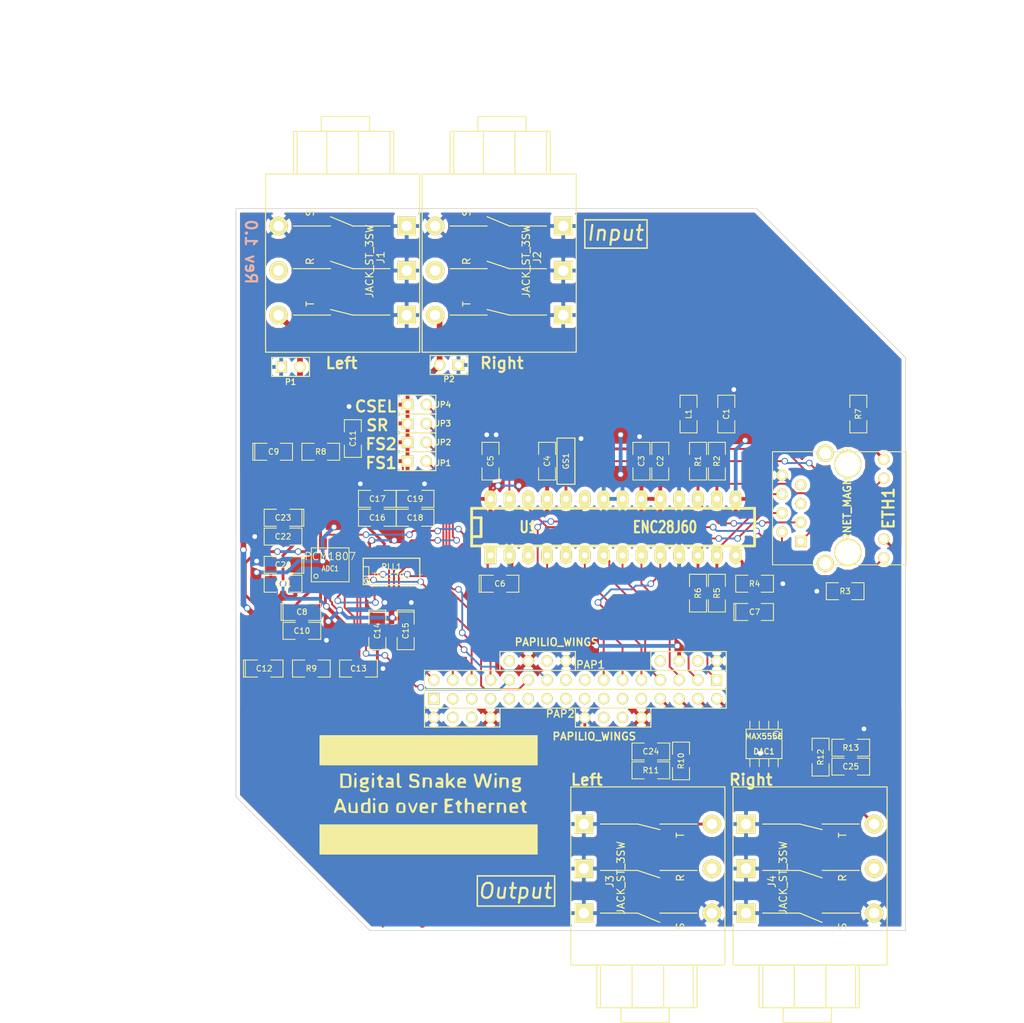
<source format=kicad_pcb>
(kicad_pcb (version 3) (host pcbnew "(2013-07-07 BZR 4022)-stable")
  (title_block (title "Digital Snake Wing") (rev 1.0))
  (layers (15 F.Cu signal) (0 B.Cu signal) (18 B.Paste user) (19 F.Paste user) (20 B.SilkS user) (21 F.SilkS user) (22 B.Mask user) (23 F.Mask user) (28 Edge.Cuts user))
  (net 0 "")
  (net 1 +3.3V)
  (net 2 +5V)
  (net 3 /ADC/ADC_CTRL_CK)
  (net 4 /ADC/ADC_CTRL_DATA)
  (net 5 /ADC/ADC_CTRL_SEL)
  (net 6 /ADC/BCK)
  (net 7 /ADC/CK27)
  (net 8 /ADC/D_ADC)
  (net 9 /ADC/LRCK)
  (net 10 /ADC/Vin_L)
  (net 11 /ADC/Vin_R)
  (net 12 /DAC/LRCLK)
  (net 13 /DAC/MCLK)
  (net 14 /DAC/SCLK)
  (net 15 /DAC/SDATA)
  (net 16 /Ethernet/CK25)
  (net 17 /Ethernet/CS)
  (net 18 /Ethernet/ETH_INT)
  (net 19 /Ethernet/LED_A)
  (net 20 /Ethernet/LED_B)
  (net 21 /Ethernet/MISO)
  (net 22 /Ethernet/MOSI)
  (net 23 /Ethernet/RESET)
  (net 24 /Ethernet/SCK)
  (net 25 GND)
  (net 26 N-0000044)
  (net 27 N-0000045)
  (net 28 N-0000046)
  (net 29 N-0000048)
  (net 30 N-0000051)
  (net 31 N-0000052)
  (net 32 N-0000054)
  (net 33 N-0000055)
  (net 34 N-0000056)
  (net 35 N-0000057)
  (net 36 N-0000058)
  (net 37 N-0000059)
  (net 38 N-0000060)
  (net 39 N-0000061)
  (net 40 N-0000062)
  (net 41 N-0000072)
  (net 42 N-0000073)
  (net 43 N-0000074)
  (net 44 N-0000075)
  (net 45 N-0000076)
  (net 46 N-0000077)
  (net 47 N-0000079)
  (net 48 N-0000080)
  (net 49 N-0000081)
  (net 50 N-0000084)
  (module Papilio_Wing (layer F.Cu) (at 122.936 112.522 180)
    (fp_text reference PAP1 (at -4.572 0.762 180) (layer F.SilkS) (effects (font (size 1.016 1.016) (thickness 0.1778))))
    (fp_text value PAPILIO_WINGS (at 0 3.81 180) (layer F.SilkS) (effects (font (size 1.016 1.016) (thickness 0.2032))))
    (pad 1 thru_hole rect (at -21.59 -1.27 180) (size 1.524 1.524) (drill 1.016) (layers *.Cu *.Mask F.SilkS) (net 17 /Ethernet/CS))
    (pad 7 thru_hole circle (at -6.35 -1.27 180) (size 1.524 1.524) (drill 1.016) (layers *.Cu *.Mask F.SilkS) (net 16 /Ethernet/CK25))
    (pad 2 thru_hole circle (at -19.05 -1.27 180) (size 1.524 1.524) (drill 1.016) (layers *.Cu *.Mask F.SilkS) (net 24 /Ethernet/SCK))
    (pad 8 thru_hole circle (at -3.81 -1.27 180) (size 1.524 1.524) (drill 1.016) (layers *.Cu *.Mask F.SilkS))
    (pad 3 thru_hole circle (at -16.51 -1.27 180) (size 1.524 1.524) (drill 1.016) (layers *.Cu *.Mask F.SilkS) (net 22 /Ethernet/MOSI))
    (pad 9 thru_hole circle (at -1.27 -1.27 180) (size 1.524 1.524) (drill 1.016) (layers *.Cu *.Mask F.SilkS))
    (pad 4 thru_hole circle (at -13.97 -1.27 180) (size 1.524 1.524) (drill 1.016) (layers *.Cu *.Mask F.SilkS) (net 21 /Ethernet/MISO))
    (pad 10 thru_hole circle (at 1.27 -1.27 180) (size 1.524 1.524) (drill 1.016) (layers *.Cu *.Mask F.SilkS) (net 7 /ADC/CK27))
    (pad 5 thru_hole circle (at -11.43 -1.27 180) (size 1.524 1.524) (drill 1.016) (layers *.Cu *.Mask F.SilkS) (net 23 /Ethernet/RESET))
    (pad 11 thru_hole circle (at 3.81 -1.27 180) (size 1.524 1.524) (drill 1.016) (layers *.Cu *.Mask F.SilkS) (net 8 /ADC/D_ADC))
    (pad 6 thru_hole circle (at -8.89 -1.27 180) (size 1.524 1.524) (drill 1.016) (layers *.Cu *.Mask F.SilkS) (net 18 /Ethernet/ETH_INT))
    (pad 12 thru_hole circle (at 6.35 -1.27 180) (size 1.524 1.524) (drill 1.016) (layers *.Cu *.Mask F.SilkS) (net 9 /ADC/LRCK))
    (pad 13 thru_hole circle (at 8.89 -1.27 180) (size 1.524 1.524) (drill 1.016) (layers *.Cu *.Mask F.SilkS) (net 6 /ADC/BCK))
    (pad 14 thru_hole circle (at 11.43 -1.27 180) (size 1.524 1.524) (drill 1.016) (layers *.Cu *.Mask F.SilkS) (net 5 /ADC/ADC_CTRL_SEL))
    (pad 15 thru_hole circle (at 13.97 -1.27 180) (size 1.524 1.524) (drill 1.016) (layers *.Cu *.Mask F.SilkS) (net 4 /ADC/ADC_CTRL_DATA))
    (pad 16 thru_hole circle (at 16.51 -1.27 180) (size 1.524 1.524) (drill 1.016) (layers *.Cu *.Mask F.SilkS) (net 3 /ADC/ADC_CTRL_CK))
    (pad 17 thru_hole circle (at 6.35 1.27 180) (size 1.524 1.524) (drill 1.016) (layers *.Cu *.Mask F.SilkS))
    (pad 18 thru_hole circle (at 3.81 1.27 180) (size 1.524 1.524) (drill 1.016) (layers *.Cu *.Mask F.SilkS) (net 1 +3.3V))
    (pad 19 thru_hole circle (at 1.27 1.27 180) (size 1.524 1.524) (drill 1.016) (layers *.Cu *.Mask F.SilkS))
    (pad 20 thru_hole circle (at -1.27 1.27 180) (size 1.524 1.524) (drill 1.016) (layers *.Cu *.Mask F.SilkS) (net 25 GND))
    (pad 21 thru_hole circle (at -13.97 1.27 180) (size 1.524 1.524) (drill 1.016) (layers *.Cu *.Mask F.SilkS))
    (pad 22 thru_hole circle (at -16.51 1.27 180) (size 1.524 1.524) (drill 1.016) (layers *.Cu *.Mask F.SilkS) (net 1 +3.3V))
    (pad 23 thru_hole circle (at -19.05 1.27 180) (size 1.524 1.524) (drill 1.016) (layers *.Cu *.Mask F.SilkS))
    (pad 24 thru_hole circle (at -21.59 1.27 180) (size 1.524 1.524) (drill 1.016) (layers *.Cu *.Mask F.SilkS) (net 25 GND))
  )
  (module RJ45_8_2 (layer F.Cu) (at 162.179 90.678 90)
    (fp_text reference ETH1 (at 0 5.461 90) (layer F.SilkS) (effects (font (size 1.524 1.524) (thickness 0.3048))))
    (fp_text value ETHERNET_MAGNETICS (at 0.14224 -0.1016 90) (layer F.SilkS) (effects (font (size 1.00076 1.00076) (thickness 0.2032))))
    (pad Hole thru_hole circle (at 5.93852 0 90) (size 3.64998 3.64998) (drill 3.2512) (layers *.Cu *.Mask F.SilkS))
    (pad "" thru_hole circle (at -5.9309 0 90) (size 3.64998 3.64998) (drill 3.25) (layers *.Cu *.Mask F.SilkS))
    (pad 1 thru_hole rect (at -4.445 -6.35 90) (size 1.50114 1.50114) (drill 0.89916) (layers *.Cu *.Mask F.SilkS) (net 33 N-0000055))
    (pad 2 thru_hole circle (at -3.175 -8.89 90) (size 1.50114 1.50114) (drill 0.89916) (layers *.Cu *.Mask F.SilkS) (net 30 N-0000051))
    (pad 3 thru_hole circle (at -1.905 -6.35 90) (size 1.50114 1.50114) (drill 0.89916) (layers *.Cu *.Mask F.SilkS) (net 32 N-0000054))
    (pad 4 thru_hole circle (at -0.635 -8.89 90) (size 1.50114 1.50114) (drill 0.89916) (layers *.Cu *.Mask F.SilkS) (net 31 N-0000052))
    (pad 5 thru_hole circle (at 0.635 -6.35 90) (size 1.50114 1.50114) (drill 0.89916) (layers *.Cu *.Mask F.SilkS))
    (pad 6 thru_hole circle (at 1.905 -8.89 90) (size 1.50114 1.50114) (drill 0.89916) (layers *.Cu *.Mask F.SilkS) (net 35 N-0000057))
    (pad 7 thru_hole circle (at 3.175 -6.35 90) (size 1.50114 1.50114) (drill 0.89916) (layers *.Cu *.Mask F.SilkS))
    (pad 8 thru_hole circle (at 4.445 -8.89 90) (size 1.50114 1.50114) (drill 0.89916) (layers *.Cu *.Mask F.SilkS) (net 25 GND))
    (pad 9 thru_hole circle (at -6.6675 4.826 90) (size 1.50114 1.50114) (drill 1.02) (layers *.Cu *.Mask F.SilkS) (net 20 /Ethernet/LED_B))
    (pad 10 thru_hole circle (at -4.1275 4.826 90) (size 1.50114 1.50114) (drill 1.02) (layers *.Cu *.Mask F.SilkS) (net 26 N-0000044))
    (pad 11 thru_hole circle (at 4.064 4.826 90) (size 1.50114 1.50114) (drill 1.02) (layers *.Cu *.Mask F.SilkS) (net 19 /Ethernet/LED_A))
    (pad 12 thru_hole circle (at 6.604 4.826 90) (size 1.50114 1.50114) (drill 1.02) (layers *.Cu *.Mask F.SilkS) (net 28 N-0000046))
    (pad "" thru_hole circle (at -7.4295 -3.048 90) (size 2.3 2.3) (drill 1.63) (layers *.Cu *.Mask F.SilkS))
    (pad "" thru_hole circle (at 7.4295 -3.048 90) (size 2.3 2.3) (drill 1.63) (layers *.Cu *.Mask F.SilkS))
  )
  (module SM1206 (layer F.Cu) (at 124.206 84.328 90)
    (fp_text reference GS1 (at 0 0 90) (layer F.SilkS) (effects (font (size 0.762 0.762) (thickness 0.127))))
    (fp_text value GS2 hide)
    (pad 1 smd rect (at -1.651 0 90) (size 2.54 1.905) (layers F.Cu F.Paste F.Mask) (net 29 N-0000048))
    (pad 2 smd rect (at 1.651 0 90) (size 2.54 1.905) (layers F.Cu F.Paste F.Mask) (net 25 GND))
  )
  (module tssop-14 (layer F.Cu) (at 92.456 98.298)
    (fp_text reference ADC1 (at 0 0.508) (layer F.SilkS) (effects (font (size 0.70104 0.59944) (thickness 0.11938))))
    (fp_text value PCM1807 (at 0 -1.143) (layer F.SilkS) (effects (font (size 1.00076 1.00076) (thickness 0.11938))))
    (pad 4 smd rect (at 0 2.79908) (size 0.4191 1.47066) (layers F.Cu F.Paste F.Mask) (net 1 +3.3V))
    (pad 5 smd rect (at 0.65024 2.79908) (size 0.4191 1.47066) (layers F.Cu F.Paste F.Mask) (net 25 GND))
    (pad 6 smd rect (at 1.30048 2.79908) (size 0.4191 1.47066) (layers F.Cu F.Paste F.Mask) (net 46 N-0000077))
    (pad 7 smd rect (at 1.95072 2.79908) (size 0.4191 1.47066) (layers F.Cu F.Paste F.Mask) (net 9 /ADC/LRCK))
    (pad 8 smd rect (at 1.95072 -2.79908) (size 0.4191 1.47066) (layers F.Cu F.Paste F.Mask) (net 6 /ADC/BCK))
    (pad 1 smd rect (at -1.95072 2.79908) (size 0.4191 1.47066) (layers F.Cu F.Paste F.Mask) (net 45 N-0000076))
    (pad 2 smd rect (at -1.30048 2.79908) (size 0.4191 1.47066) (layers F.Cu F.Paste F.Mask) (net 25 GND))
    (pad 3 smd rect (at -0.65024 2.79908) (size 0.4191 1.47066) (layers F.Cu F.Paste F.Mask) (net 2 +5V))
    (pad 9 smd rect (at 1.30048 -2.79908) (size 0.4191 1.47066) (layers F.Cu F.Paste F.Mask) (net 8 /ADC/D_ADC))
    (pad 10 smd rect (at 0.65024 -2.79908) (size 0.4191 1.47066) (layers F.Cu F.Paste F.Mask) (net 4 /ADC/ADC_CTRL_DATA))
    (pad 11 smd rect (at 0 -2.79908) (size 0.4191 1.47066) (layers F.Cu F.Paste F.Mask) (net 3 /ADC/ADC_CTRL_CK))
    (pad 12 smd rect (at -0.65024 -2.79908) (size 0.4191 1.47066) (layers F.Cu F.Paste F.Mask) (net 5 /ADC/ADC_CTRL_SEL))
    (pad 13 smd rect (at -1.30048 -2.79908) (size 0.4191 1.47066) (layers F.Cu F.Paste F.Mask) (net 10 /ADC/Vin_L))
    (pad 14 smd rect (at -1.95072 -2.79908) (size 0.4191 1.47066) (layers F.Cu F.Paste F.Mask) (net 11 /ADC/Vin_R))
  )
  (module SSOP20 (layer F.Cu) (at 100.711 99.187)
    (fp_text reference PLL1 (at 0 -0.635) (layer F.SilkS) (effects (font (size 0.762 0.762) (thickness 0.127))))
    (fp_text value PLL1705 (at 0 0.635) (layer F.SilkS) (effects (font (size 0.762 0.762) (thickness 0.127))))
    (pad 1 smd rect (at -2.921 2.667) (size 0.4064 1.27) (layers F.Cu F.Paste F.Mask) (net 1 +3.3V))
    (pad 2 smd rect (at -2.286 2.667) (size 0.4064 1.27) (layers F.Cu F.Paste F.Mask) (net 46 N-0000077))
    (pad 3 smd rect (at -1.6256 2.667) (size 0.4064 1.27) (layers F.Cu F.Paste F.Mask))
    (pad 4 smd rect (at -0.9652 2.667) (size 0.4064 1.27) (layers F.Cu F.Paste F.Mask) (net 25 GND))
    (pad 5 smd rect (at -0.3302 2.667) (size 0.4064 1.27) (layers F.Cu F.Paste F.Mask) (net 40 N-0000062))
    (pad 6 smd rect (at 0.3302 2.667) (size 0.4064 1.27) (layers F.Cu F.Paste F.Mask) (net 39 N-0000061))
    (pad 7 smd rect (at 0.9906 2.667) (size 0.4064 1.27) (layers F.Cu F.Paste F.Mask) (net 38 N-0000060))
    (pad 8 smd rect (at 1.6256 2.667) (size 0.4064 1.27) (layers F.Cu F.Paste F.Mask) (net 1 +3.3V))
    (pad 9 smd rect (at 2.286 2.667) (size 0.4064 1.27) (layers F.Cu F.Paste F.Mask) (net 25 GND))
    (pad 10 smd rect (at 2.921 2.667) (size 0.4064 1.27) (layers F.Cu F.Paste F.Mask) (net 7 /ADC/CK27))
    (pad 11 smd rect (at 2.921 -2.667) (size 0.4064 1.27) (layers F.Cu F.Paste F.Mask))
    (pad 12 smd rect (at 2.286 -2.667) (size 0.4064 1.27) (layers F.Cu F.Paste F.Mask) (net 37 N-0000059))
    (pad 13 smd rect (at 1.6256 -2.667) (size 0.4064 1.27) (layers F.Cu F.Paste F.Mask) (net 1 +3.3V))
    (pad 14 smd rect (at 0.9906 -2.667) (size 0.4064 1.27) (layers F.Cu F.Paste F.Mask))
    (pad 15 smd rect (at 0.3302 -2.667) (size 0.4064 1.27) (layers F.Cu F.Paste F.Mask))
    (pad 16 smd rect (at -0.3302 -2.667) (size 0.4064 1.27) (layers F.Cu F.Paste F.Mask) (net 25 GND))
    (pad 17 smd rect (at -0.9652 -2.667) (size 0.4064 1.27) (layers F.Cu F.Paste F.Mask) (net 25 GND))
    (pad 18 smd rect (at -1.6256 -2.667) (size 0.4064 1.27) (layers F.Cu F.Paste F.Mask))
    (pad 19 smd rect (at -2.286 -2.667) (size 0.4064 1.27) (layers F.Cu F.Paste F.Mask))
    (pad 20 smd rect (at -2.921 -2.667) (size 0.4064 1.27) (layers F.Cu F.Paste F.Mask) (net 1 +3.3V))
  )
  (module SM1206POL (layer F.Cu) (at 98.806 107.188 270)
    (fp_text reference C14 (at 0 0 270) (layer F.SilkS) (effects (font (size 0.762 0.762) (thickness 0.127))))
    (fp_text value 10uF hide)
    (pad 1 smd rect (at -1.651 0 270) (size 1.524 2.032) (layers F.Cu F.Paste F.Mask) (net 1 +3.3V))
    (pad 2 smd rect (at 1.651 0 270) (size 1.524 2.032) (layers F.Cu F.Paste F.Mask) (net 25 GND))
  )
  (module SM1206POL (layer F.Cu) (at 115.316 100.838)
    (fp_text reference C6 (at 0 0) (layer F.SilkS) (effects (font (size 0.762 0.762) (thickness 0.127))))
    (fp_text value 10uF hide)
    (pad 1 smd rect (at -1.651 0) (size 1.524 2.032) (layers F.Cu F.Paste F.Mask) (net 34 N-0000056))
    (pad 2 smd rect (at 1.651 0) (size 1.524 2.032) (layers F.Cu F.Paste F.Mask) (net 25 GND))
  )
  (module SM1206POL (layer F.Cu) (at 102.616 107.188 270)
    (fp_text reference C15 (at 0 0 270) (layer F.SilkS) (effects (font (size 0.762 0.762) (thickness 0.127))))
    (fp_text value 10uF hide)
    (pad 1 smd rect (at -1.651 0 270) (size 1.524 2.032) (layers F.Cu F.Paste F.Mask) (net 1 +3.3V))
    (pad 2 smd rect (at 1.651 0 270) (size 1.524 2.032) (layers F.Cu F.Paste F.Mask) (net 25 GND))
  )
  (module SM1206POL (layer F.Cu) (at 86.106 98.298 180)
    (fp_text reference C20 (at 0 0 180) (layer F.SilkS) (effects (font (size 0.762 0.762) (thickness 0.127))))
    (fp_text value 10uF hide)
    (pad 1 smd rect (at -1.651 0 180) (size 1.524 2.032) (layers F.Cu F.Paste F.Mask) (net 1 +3.3V))
    (pad 2 smd rect (at 1.651 0 180) (size 1.524 2.032) (layers F.Cu F.Paste F.Mask) (net 25 GND))
  )
  (module SM1206POL (layer F.Cu) (at 86.106 91.948 180)
    (fp_text reference C23 (at 0 0 180) (layer F.SilkS) (effects (font (size 0.762 0.762) (thickness 0.127))))
    (fp_text value 10uF hide)
    (pad 1 smd rect (at -1.651 0 180) (size 1.524 2.032) (layers F.Cu F.Paste F.Mask) (net 2 +5V))
    (pad 2 smd rect (at 1.651 0 180) (size 1.524 2.032) (layers F.Cu F.Paste F.Mask) (net 25 GND))
  )
  (module SM1206POL (layer F.Cu) (at 84.836 83.058)
    (fp_text reference C9 (at 0 0) (layer F.SilkS) (effects (font (size 0.762 0.762) (thickness 0.127))))
    (fp_text value 1uF hide)
    (pad 1 smd rect (at -1.651 0) (size 1.524 2.032) (layers F.Cu F.Paste F.Mask) (net 42 N-0000073))
    (pad 2 smd rect (at 1.651 0) (size 1.524 2.032) (layers F.Cu F.Paste F.Mask) (net 44 N-0000075))
  )
  (module SM1206POL (layer F.Cu) (at 149.606 104.648)
    (fp_text reference C7 (at 0 0) (layer F.SilkS) (effects (font (size 0.762 0.762) (thickness 0.127))))
    (fp_text value 10nF hide)
    (pad 1 smd rect (at -1.651 0) (size 1.524 2.032) (layers F.Cu F.Paste F.Mask) (net 27 N-0000045))
    (pad 2 smd rect (at 1.651 0) (size 1.524 2.032) (layers F.Cu F.Paste F.Mask) (net 25 GND))
  )
  (module SM1206POL (layer F.Cu) (at 88.646 104.648)
    (fp_text reference C8 (at 0 0) (layer F.SilkS) (effects (font (size 0.762 0.762) (thickness 0.127))))
    (fp_text value 10uF hide)
    (pad 1 smd rect (at -1.651 0) (size 1.524 2.032) (layers F.Cu F.Paste F.Mask) (net 45 N-0000076))
    (pad 2 smd rect (at 1.651 0) (size 1.524 2.032) (layers F.Cu F.Paste F.Mask) (net 25 GND))
  )
  (module SM1206POL (layer F.Cu) (at 83.566 112.268)
    (fp_text reference C12 (at 0 0) (layer F.SilkS) (effects (font (size 0.762 0.762) (thickness 0.127))))
    (fp_text value 1uF hide)
    (pad 1 smd rect (at -1.651 0) (size 1.524 2.032) (layers F.Cu F.Paste F.Mask) (net 41 N-0000072))
    (pad 2 smd rect (at 1.651 0) (size 1.524 2.032) (layers F.Cu F.Paste F.Mask) (net 43 N-0000074))
  )
  (module SM1206 (layer F.Cu) (at 88.646 107.188)
    (fp_text reference C10 (at 0 0) (layer F.SilkS) (effects (font (size 0.762 0.762) (thickness 0.127))))
    (fp_text value 0.1uF hide)
    (pad 1 smd rect (at -1.651 0) (size 1.524 2.032) (layers F.Cu F.Paste F.Mask) (net 45 N-0000076))
    (pad 2 smd rect (at 1.651 0) (size 1.524 2.032) (layers F.Cu F.Paste F.Mask) (net 25 GND))
  )
  (module SM1206 (layer F.Cu) (at 91.186 83.058)
    (fp_text reference R8 (at 0 0) (layer F.SilkS) (effects (font (size 0.762 0.762) (thickness 0.127))))
    (fp_text value 100R hide)
    (pad 1 smd rect (at -1.651 0) (size 1.524 2.032) (layers F.Cu F.Paste F.Mask) (net 44 N-0000075))
    (pad 2 smd rect (at 1.651 0) (size 1.524 2.032) (layers F.Cu F.Paste F.Mask) (net 10 /ADC/Vin_L))
  )
  (module SM1206 (layer F.Cu) (at 95.504 81.28 90)
    (fp_text reference C11 (at 0 0 90) (layer F.SilkS) (effects (font (size 0.762 0.762) (thickness 0.127))))
    (fp_text value 80nF hide)
    (pad 1 smd rect (at -1.651 0 90) (size 1.524 2.032) (layers F.Cu F.Paste F.Mask) (net 10 /ADC/Vin_L))
    (pad 2 smd rect (at 1.651 0 90) (size 1.524 2.032) (layers F.Cu F.Paste F.Mask) (net 25 GND))
  )
  (module SM1206 (layer F.Cu) (at 89.916 112.268)
    (fp_text reference R9 (at 0 0) (layer F.SilkS) (effects (font (size 0.762 0.762) (thickness 0.127))))
    (fp_text value 100R hide)
    (pad 1 smd rect (at -1.651 0) (size 1.524 2.032) (layers F.Cu F.Paste F.Mask) (net 43 N-0000074))
    (pad 2 smd rect (at 1.651 0) (size 1.524 2.032) (layers F.Cu F.Paste F.Mask) (net 11 /ADC/Vin_R))
  )
  (module SM1206 (layer F.Cu) (at 96.266 112.268)
    (fp_text reference C13 (at 0 0) (layer F.SilkS) (effects (font (size 0.762 0.762) (thickness 0.127))))
    (fp_text value 80nF hide)
    (pad 1 smd rect (at -1.651 0) (size 1.524 2.032) (layers F.Cu F.Paste F.Mask) (net 11 /ADC/Vin_R))
    (pad 2 smd rect (at 1.651 0) (size 1.524 2.032) (layers F.Cu F.Paste F.Mask) (net 25 GND))
  )
  (module SM1206 (layer F.Cu) (at 103.886 91.948)
    (fp_text reference C18 (at 0 0) (layer F.SilkS) (effects (font (size 0.762 0.762) (thickness 0.127))))
    (fp_text value 0.1uF hide)
    (pad 1 smd rect (at -1.651 0) (size 1.524 2.032) (layers F.Cu F.Paste F.Mask) (net 1 +3.3V))
    (pad 2 smd rect (at 1.651 0) (size 1.524 2.032) (layers F.Cu F.Paste F.Mask) (net 25 GND))
  )
  (module SM1206 (layer F.Cu) (at 86.106 100.838 180)
    (fp_text reference C21 (at 0 0 180) (layer F.SilkS) (effects (font (size 0.762 0.762) (thickness 0.127))))
    (fp_text value 0.1uF hide)
    (pad 1 smd rect (at -1.651 0 180) (size 1.524 2.032) (layers F.Cu F.Paste F.Mask) (net 1 +3.3V))
    (pad 2 smd rect (at 1.651 0 180) (size 1.524 2.032) (layers F.Cu F.Paste F.Mask) (net 25 GND))
  )
  (module SM1206 (layer F.Cu) (at 86.106 94.488 180)
    (fp_text reference C22 (at 0 0 180) (layer F.SilkS) (effects (font (size 0.762 0.762) (thickness 0.127))))
    (fp_text value 0.1uF hide)
    (pad 1 smd rect (at -1.651 0 180) (size 1.524 2.032) (layers F.Cu F.Paste F.Mask) (net 2 +5V))
    (pad 2 smd rect (at 1.651 0 180) (size 1.524 2.032) (layers F.Cu F.Paste F.Mask) (net 25 GND))
  )
  (module SM1206 (layer F.Cu) (at 98.806 91.948 180)
    (fp_text reference C16 (at 0 0 180) (layer F.SilkS) (effects (font (size 0.762 0.762) (thickness 0.127))))
    (fp_text value 0.1uF hide)
    (pad 1 smd rect (at -1.651 0 180) (size 1.524 2.032) (layers F.Cu F.Paste F.Mask) (net 1 +3.3V))
    (pad 2 smd rect (at 1.651 0 180) (size 1.524 2.032) (layers F.Cu F.Paste F.Mask) (net 25 GND))
  )
  (module SM1206 (layer F.Cu) (at 98.806 89.408 180)
    (fp_text reference C17 (at 0 0 180) (layer F.SilkS) (effects (font (size 0.762 0.762) (thickness 0.127))))
    (fp_text value 0.1uF hide)
    (pad 1 smd rect (at -1.651 0 180) (size 1.524 2.032) (layers F.Cu F.Paste F.Mask) (net 1 +3.3V))
    (pad 2 smd rect (at 1.651 0 180) (size 1.524 2.032) (layers F.Cu F.Paste F.Mask) (net 25 GND))
  )
  (module SM1206 (layer F.Cu) (at 103.886 89.408)
    (fp_text reference C19 (at 0 0) (layer F.SilkS) (effects (font (size 0.762 0.762) (thickness 0.127))))
    (fp_text value 0.1uF hide)
    (pad 1 smd rect (at -1.651 0) (size 1.524 2.032) (layers F.Cu F.Paste F.Mask) (net 1 +3.3V))
    (pad 2 smd rect (at 1.651 0) (size 1.524 2.032) (layers F.Cu F.Paste F.Mask) (net 25 GND))
  )
  (module SM1206 (layer F.Cu) (at 149.606 100.838 180)
    (fp_text reference R4 (at 0 0 180) (layer F.SilkS) (effects (font (size 0.762 0.762) (thickness 0.127))))
    (fp_text value "2.32k, 1%" hide)
    (pad 1 smd rect (at -1.651 0 180) (size 1.524 2.032) (layers F.Cu F.Paste F.Mask) (net 25 GND))
    (pad 2 smd rect (at 1.651 0 180) (size 1.524 2.032) (layers F.Cu F.Paste F.Mask) (net 36 N-0000058))
  )
  (module SM1206 (layer F.Cu) (at 141.986 84.328 270)
    (fp_text reference R1 (at 0 0 270) (layer F.SilkS) (effects (font (size 0.762 0.762) (thickness 0.127))))
    (fp_text value "49.9, 1%" hide)
    (pad 1 smd rect (at -1.651 0 270) (size 1.524 2.032) (layers F.Cu F.Paste F.Mask) (net 30 N-0000051))
    (pad 2 smd rect (at 1.651 0 270) (size 1.524 2.032) (layers F.Cu F.Paste F.Mask) (net 32 N-0000054))
  )
  (module SM1206 (layer F.Cu) (at 144.526 84.328 270)
    (fp_text reference R2 (at 0 0 270) (layer F.SilkS) (effects (font (size 0.762 0.762) (thickness 0.127))))
    (fp_text value "49.9, 1%" hide)
    (pad 1 smd rect (at -1.651 0 270) (size 1.524 2.032) (layers F.Cu F.Paste F.Mask) (net 30 N-0000051))
    (pad 2 smd rect (at 1.651 0 270) (size 1.524 2.032) (layers F.Cu F.Paste F.Mask) (net 33 N-0000055))
  )
  (module SM1206 (layer F.Cu) (at 145.796 77.978 90)
    (fp_text reference C1 (at 0 0 90) (layer F.SilkS) (effects (font (size 0.762 0.762) (thickness 0.127))))
    (fp_text value 100nF hide)
    (pad 1 smd rect (at -1.651 0 90) (size 1.524 2.032) (layers F.Cu F.Paste F.Mask) (net 30 N-0000051))
    (pad 2 smd rect (at 1.651 0 90) (size 1.524 2.032) (layers F.Cu F.Paste F.Mask) (net 25 GND))
  )
  (module SM1206 (layer F.Cu) (at 140.716 77.978 270)
    (fp_text reference L1 (at 0 0 270) (layer F.SilkS) (effects (font (size 0.762 0.762) (thickness 0.127))))
    (fp_text value INDUCTOR_SMALL hide)
    (pad 1 smd rect (at -1.651 0 270) (size 1.524 2.032) (layers F.Cu F.Paste F.Mask) (net 1 +3.3V))
    (pad 2 smd rect (at 1.651 0 270) (size 1.524 2.032) (layers F.Cu F.Paste F.Mask) (net 30 N-0000051))
  )
  (module SM1206 (layer F.Cu) (at 144.526 102.108 270)
    (fp_text reference R5 (at 0 0 270) (layer F.SilkS) (effects (font (size 0.762 0.762) (thickness 0.127))))
    (fp_text value "49.9, 1%" hide)
    (pad 1 smd rect (at -1.651 0 270) (size 1.524 2.032) (layers F.Cu F.Paste F.Mask) (net 35 N-0000057))
    (pad 2 smd rect (at 1.651 0 270) (size 1.524 2.032) (layers F.Cu F.Paste F.Mask) (net 27 N-0000045))
  )
  (module SM1206 (layer F.Cu) (at 141.986 102.108 270)
    (fp_text reference R6 (at 0 0 270) (layer F.SilkS) (effects (font (size 0.762 0.762) (thickness 0.127))))
    (fp_text value "49.9, 1%" hide)
    (pad 1 smd rect (at -1.651 0 270) (size 1.524 2.032) (layers F.Cu F.Paste F.Mask) (net 31 N-0000052))
    (pad 2 smd rect (at 1.651 0 270) (size 1.524 2.032) (layers F.Cu F.Paste F.Mask) (net 27 N-0000045))
  )
  (module SM1206 (layer F.Cu) (at 163.576 77.978 90)
    (fp_text reference R7 (at 0 0 90) (layer F.SilkS) (effects (font (size 0.762 0.762) (thickness 0.127))))
    (fp_text value 180R hide)
    (pad 1 smd rect (at -1.651 0 90) (size 1.524 2.032) (layers F.Cu F.Paste F.Mask) (net 28 N-0000046))
    (pad 2 smd rect (at 1.651 0 90) (size 1.524 2.032) (layers F.Cu F.Paste F.Mask) (net 25 GND))
  )
  (module SM1206 (layer F.Cu) (at 161.798 101.854 180)
    (fp_text reference R3 (at 0 0 180) (layer F.SilkS) (effects (font (size 0.762 0.762) (thickness 0.127))))
    (fp_text value 180R hide)
    (pad 1 smd rect (at -1.651 0 180) (size 1.524 2.032) (layers F.Cu F.Paste F.Mask) (net 26 N-0000044))
    (pad 2 smd rect (at 1.651 0 180) (size 1.524 2.032) (layers F.Cu F.Paste F.Mask) (net 25 GND))
  )
  (module SM1206 (layer F.Cu) (at 136.906 84.328 90)
    (fp_text reference C2 (at 0 0 90) (layer F.SilkS) (effects (font (size 0.762 0.762) (thickness 0.127))))
    (fp_text value 180nF hide)
    (pad 1 smd rect (at -1.651 0 90) (size 1.524 2.032) (layers F.Cu F.Paste F.Mask) (net 1 +3.3V))
    (pad 2 smd rect (at 1.651 0 90) (size 1.524 2.032) (layers F.Cu F.Paste F.Mask) (net 25 GND))
  )
  (module SM1206 (layer F.Cu) (at 134.366 84.328 90)
    (fp_text reference C3 (at 0 0 90) (layer F.SilkS) (effects (font (size 0.762 0.762) (thickness 0.127))))
    (fp_text value 180nF hide)
    (pad 1 smd rect (at -1.651 0 90) (size 1.524 2.032) (layers F.Cu F.Paste F.Mask) (net 1 +3.3V))
    (pad 2 smd rect (at 1.651 0 90) (size 1.524 2.032) (layers F.Cu F.Paste F.Mask) (net 25 GND))
  )
  (module SM1206 (layer F.Cu) (at 121.666 84.328 90)
    (fp_text reference C4 (at 0 0 90) (layer F.SilkS) (effects (font (size 0.762 0.762) (thickness 0.127))))
    (fp_text value 180nF hide)
    (pad 1 smd rect (at -1.651 0 90) (size 1.524 2.032) (layers F.Cu F.Paste F.Mask) (net 1 +3.3V))
    (pad 2 smd rect (at 1.651 0 90) (size 1.524 2.032) (layers F.Cu F.Paste F.Mask) (net 25 GND))
  )
  (module SM1206 (layer F.Cu) (at 114.046 84.328 90)
    (fp_text reference C5 (at 0 0 90) (layer F.SilkS) (effects (font (size 0.762 0.762) (thickness 0.127))))
    (fp_text value 180nF hide)
    (pad 1 smd rect (at -1.651 0 90) (size 1.524 2.032) (layers F.Cu F.Paste F.Mask) (net 1 +3.3V))
    (pad 2 smd rect (at 1.651 0 90) (size 1.524 2.032) (layers F.Cu F.Paste F.Mask) (net 25 GND))
  )
  (module PIN_ARRAY_2X1 (layer F.Cu) (at 104.14 84.328)
    (fp_text reference JP1 (at 3.556 0.254) (layer F.SilkS) (effects (font (size 0.762 0.762) (thickness 0.1524))))
    (fp_text value JUMPER hide)
    (pad 1 thru_hole rect (at -1.27 0) (size 1.524 1.524) (drill 1.016) (layers *.Cu *.Mask F.SilkS) (net 1 +3.3V))
    (pad 2 thru_hole circle (at 1.27 0) (size 1.524 1.524) (drill 1.016) (layers *.Cu *.Mask F.SilkS) (net 40 N-0000062))
  )
  (module PIN_ARRAY_2X1 (layer F.Cu) (at 104.14 76.708)
    (fp_text reference JP4 (at 3.556 0) (layer F.SilkS) (effects (font (size 0.762 0.762) (thickness 0.1524))))
    (fp_text value JUMPER hide)
    (pad 1 thru_hole rect (at -1.27 0) (size 1.524 1.524) (drill 1.016) (layers *.Cu *.Mask F.SilkS) (net 1 +3.3V))
    (pad 2 thru_hole circle (at 1.27 0) (size 1.524 1.524) (drill 1.016) (layers *.Cu *.Mask F.SilkS) (net 37 N-0000059))
  )
  (module PIN_ARRAY_2X1 (layer F.Cu) (at 104.14 81.788)
    (fp_text reference JP2 (at 3.556 0) (layer F.SilkS) (effects (font (size 0.762 0.762) (thickness 0.1524))))
    (fp_text value JUMPER hide)
    (pad 1 thru_hole rect (at -1.27 0) (size 1.524 1.524) (drill 1.016) (layers *.Cu *.Mask F.SilkS) (net 1 +3.3V))
    (pad 2 thru_hole circle (at 1.27 0) (size 1.524 1.524) (drill 1.016) (layers *.Cu *.Mask F.SilkS) (net 39 N-0000061))
  )
  (module PIN_ARRAY_2X1 (layer F.Cu) (at 104.14 79.248)
    (fp_text reference JP3 (at 3.556 0) (layer F.SilkS) (effects (font (size 0.762 0.762) (thickness 0.1524))))
    (fp_text value JUMPER hide)
    (pad 1 thru_hole rect (at -1.27 0) (size 1.524 1.524) (drill 1.016) (layers *.Cu *.Mask F.SilkS) (net 1 +3.3V))
    (pad 2 thru_hole circle (at 1.27 0) (size 1.524 1.524) (drill 1.016) (layers *.Cu *.Mask F.SilkS) (net 38 N-0000060))
  )
  (module DIP-28__300_ELL (layer F.Cu) (at 130.556 93.218)
    (fp_text reference U1 (at -11.43 0) (layer F.SilkS) (effects (font (size 1.524 1.143) (thickness 0.3048))))
    (fp_text value ENC28J60 (at 6.985 0) (layer F.SilkS) (effects (font (size 1.524 1.143) (thickness 0.3048))))
    (pad 2 thru_hole oval (at -13.97 3.81) (size 1.5748 2.286) (drill 0.8128) (layers *.Cu *.Mask F.SilkS) (net 25 GND))
    (pad 3 thru_hole oval (at -11.43 3.81) (size 1.5748 2.286) (drill 0.8128) (layers *.Cu *.Mask F.SilkS))
    (pad 4 thru_hole oval (at -8.89 3.81) (size 1.5748 2.286) (drill 0.8128) (layers *.Cu *.Mask F.SilkS) (net 18 /Ethernet/ETH_INT))
    (pad 5 thru_hole oval (at -6.35 3.81) (size 1.5748 2.286) (drill 0.8128) (layers *.Cu *.Mask F.SilkS))
    (pad 6 thru_hole oval (at -3.81 3.81) (size 1.5748 2.286) (drill 0.8128) (layers *.Cu *.Mask F.SilkS) (net 21 /Ethernet/MISO))
    (pad 7 thru_hole oval (at -1.27 3.81) (size 1.5748 2.286) (drill 0.8128) (layers *.Cu *.Mask F.SilkS) (net 22 /Ethernet/MOSI))
    (pad 8 thru_hole oval (at 1.27 3.81) (size 1.5748 2.286) (drill 0.8128) (layers *.Cu *.Mask F.SilkS) (net 24 /Ethernet/SCK))
    (pad 9 thru_hole oval (at 3.81 3.81) (size 1.5748 2.286) (drill 0.8128) (layers *.Cu *.Mask F.SilkS) (net 17 /Ethernet/CS))
    (pad 10 thru_hole oval (at 6.35 3.81) (size 1.5748 2.286) (drill 0.8128) (layers *.Cu *.Mask F.SilkS) (net 23 /Ethernet/RESET))
    (pad 11 thru_hole oval (at 8.89 3.81) (size 1.5748 2.286) (drill 0.8128) (layers *.Cu *.Mask F.SilkS) (net 25 GND))
    (pad 12 thru_hole oval (at 11.43 3.81) (size 1.5748 2.286) (drill 0.8128) (layers *.Cu *.Mask F.SilkS) (net 31 N-0000052))
    (pad 13 thru_hole oval (at 13.97 3.81) (size 1.5748 2.286) (drill 0.8128) (layers *.Cu *.Mask F.SilkS) (net 35 N-0000057))
    (pad 14 thru_hole oval (at 16.51 3.81) (size 1.5748 2.286) (drill 0.8128) (layers *.Cu *.Mask F.SilkS) (net 36 N-0000058))
    (pad 1 thru_hole rect (at -16.51 3.81) (size 1.5748 2.286) (drill 0.8128) (layers *.Cu *.Mask F.SilkS) (net 34 N-0000056))
    (pad 15 thru_hole oval (at 16.51 -3.81) (size 1.5748 2.286) (drill 0.8128) (layers *.Cu *.Mask F.SilkS) (net 1 +3.3V))
    (pad 16 thru_hole oval (at 13.97 -3.81) (size 1.5748 2.286) (drill 0.8128) (layers *.Cu *.Mask F.SilkS) (net 33 N-0000055))
    (pad 17 thru_hole oval (at 11.43 -3.81) (size 1.5748 2.286) (drill 0.8128) (layers *.Cu *.Mask F.SilkS) (net 32 N-0000054))
    (pad 18 thru_hole oval (at 8.89 -3.81) (size 1.5748 2.286) (drill 0.8128) (layers *.Cu *.Mask F.SilkS) (net 25 GND))
    (pad 19 thru_hole oval (at 6.35 -3.81) (size 1.5748 2.286) (drill 0.8128) (layers *.Cu *.Mask F.SilkS) (net 1 +3.3V))
    (pad 20 thru_hole oval (at 3.81 -3.81) (size 1.5748 2.286) (drill 0.8128) (layers *.Cu *.Mask F.SilkS) (net 1 +3.3V))
    (pad 21 thru_hole oval (at 1.27 -3.81) (size 1.5748 2.286) (drill 0.8128) (layers *.Cu *.Mask F.SilkS) (net 25 GND))
    (pad 22 thru_hole oval (at -1.27 -3.81) (size 1.5748 2.286) (drill 0.8128) (layers *.Cu *.Mask F.SilkS) (net 25 GND))
    (pad 23 thru_hole oval (at -3.81 -3.81) (size 1.5748 2.286) (drill 0.8128) (layers *.Cu *.Mask F.SilkS) (net 16 /Ethernet/CK25))
    (pad 24 thru_hole oval (at -6.35 -3.81) (size 1.5748 2.286) (drill 0.8128) (layers *.Cu *.Mask F.SilkS) (net 29 N-0000048))
    (pad 25 thru_hole oval (at -8.89 -3.81) (size 1.5748 2.286) (drill 0.8128) (layers *.Cu *.Mask F.SilkS) (net 1 +3.3V))
    (pad 26 thru_hole oval (at -11.43 -3.81) (size 1.5748 2.286) (drill 0.8128) (layers *.Cu *.Mask F.SilkS) (net 20 /Ethernet/LED_B))
    (pad 27 thru_hole oval (at -13.97 -3.81) (size 1.5748 2.286) (drill 0.8128) (layers *.Cu *.Mask F.SilkS) (net 19 /Ethernet/LED_A))
    (pad 28 thru_hole oval (at -16.51 -3.81) (size 1.5748 2.286) (drill 0.8128) (layers *.Cu *.Mask F.SilkS) (net 1 +3.3V))
  )
  (module PIN_ARRAY_2X1 (layer F.Cu) (at 87.122 71.628)
    (fp_text reference P1 (at 0 2.032) (layer F.SilkS) (effects (font (size 0.762 0.762) (thickness 0.1524))))
    (fp_text value CONN_2 hide)
    (pad 1 thru_hole rect (at -1.27 0) (size 1.524 1.524) (drill 1.016) (layers *.Cu *.Mask F.SilkS) (net 25 GND))
    (pad 2 thru_hole circle (at 1.27 0) (size 1.524 1.524) (drill 1.016) (layers *.Cu *.Mask F.SilkS) (net 42 N-0000073))
  )
  (module PIN_ARRAY_2X1 (layer F.Cu) (at 108.458 71.374 180)
    (fp_text reference P2 (at 0 -1.905 180) (layer F.SilkS) (effects (font (size 0.762 0.762) (thickness 0.1524))))
    (fp_text value CONN_2 hide)
    (pad 1 thru_hole rect (at -1.27 0 180) (size 1.524 1.524) (drill 1.016) (layers *.Cu *.Mask F.SilkS) (net 25 GND))
    (pad 2 thru_hole circle (at 1.27 0 180) (size 1.524 1.524) (drill 1.016) (layers *.Cu *.Mask F.SilkS) (net 41 N-0000072))
  )
  (module Papilio_Wing (layer F.Cu) (at 128.016 117.602)
    (fp_text reference PAP2 (at -4.572 0.762) (layer F.SilkS) (effects (font (size 1.016 1.016) (thickness 0.1778))))
    (fp_text value PAPILIO_WINGS (at 0 3.81) (layer F.SilkS) (effects (font (size 1.016 1.016) (thickness 0.2032))))
    (pad 1 thru_hole rect (at -21.59 -1.27) (size 1.524 1.524) (drill 1.016) (layers *.Cu *.Mask F.SilkS))
    (pad 7 thru_hole circle (at -6.35 -1.27) (size 1.524 1.524) (drill 1.016) (layers *.Cu *.Mask F.SilkS))
    (pad 2 thru_hole circle (at -19.05 -1.27) (size 1.524 1.524) (drill 1.016) (layers *.Cu *.Mask F.SilkS))
    (pad 8 thru_hole circle (at -3.81 -1.27) (size 1.524 1.524) (drill 1.016) (layers *.Cu *.Mask F.SilkS))
    (pad 3 thru_hole circle (at -16.51 -1.27) (size 1.524 1.524) (drill 1.016) (layers *.Cu *.Mask F.SilkS))
    (pad 9 thru_hole circle (at -1.27 -1.27) (size 1.524 1.524) (drill 1.016) (layers *.Cu *.Mask F.SilkS))
    (pad 4 thru_hole circle (at -13.97 -1.27) (size 1.524 1.524) (drill 1.016) (layers *.Cu *.Mask F.SilkS))
    (pad 10 thru_hole circle (at 1.27 -1.27) (size 1.524 1.524) (drill 1.016) (layers *.Cu *.Mask F.SilkS))
    (pad 5 thru_hole circle (at -11.43 -1.27) (size 1.524 1.524) (drill 1.016) (layers *.Cu *.Mask F.SilkS))
    (pad 11 thru_hole circle (at 3.81 -1.27) (size 1.524 1.524) (drill 1.016) (layers *.Cu *.Mask F.SilkS))
    (pad 6 thru_hole circle (at -8.89 -1.27) (size 1.524 1.524) (drill 1.016) (layers *.Cu *.Mask F.SilkS))
    (pad 12 thru_hole circle (at 6.35 -1.27) (size 1.524 1.524) (drill 1.016) (layers *.Cu *.Mask F.SilkS))
    (pad 13 thru_hole circle (at 8.89 -1.27) (size 1.524 1.524) (drill 1.016) (layers *.Cu *.Mask F.SilkS) (net 13 /DAC/MCLK))
    (pad 14 thru_hole circle (at 11.43 -1.27) (size 1.524 1.524) (drill 1.016) (layers *.Cu *.Mask F.SilkS) (net 12 /DAC/LRCLK))
    (pad 15 thru_hole circle (at 13.97 -1.27) (size 1.524 1.524) (drill 1.016) (layers *.Cu *.Mask F.SilkS) (net 14 /DAC/SCLK))
    (pad 16 thru_hole circle (at 16.51 -1.27) (size 1.524 1.524) (drill 1.016) (layers *.Cu *.Mask F.SilkS) (net 15 /DAC/SDATA))
    (pad 17 thru_hole circle (at 6.35 1.27) (size 1.524 1.524) (drill 1.016) (layers *.Cu *.Mask F.SilkS) (net 2 +5V))
    (pad 18 thru_hole circle (at 3.81 1.27) (size 1.524 1.524) (drill 1.016) (layers *.Cu *.Mask F.SilkS))
    (pad 19 thru_hole circle (at 1.27 1.27) (size 1.524 1.524) (drill 1.016) (layers *.Cu *.Mask F.SilkS))
    (pad 20 thru_hole circle (at -1.27 1.27) (size 1.524 1.524) (drill 1.016) (layers *.Cu *.Mask F.SilkS) (net 25 GND))
    (pad 21 thru_hole circle (at -13.97 1.27) (size 1.524 1.524) (drill 1.016) (layers *.Cu *.Mask F.SilkS) (net 2 +5V))
    (pad 22 thru_hole circle (at -16.51 1.27) (size 1.524 1.524) (drill 1.016) (layers *.Cu *.Mask F.SilkS))
    (pad 23 thru_hole circle (at -19.05 1.27) (size 1.524 1.524) (drill 1.016) (layers *.Cu *.Mask F.SilkS))
    (pad 24 thru_hole circle (at -21.59 1.27) (size 1.524 1.524) (drill 1.016) (layers *.Cu *.Mask F.SilkS) (net 25 GND))
  )
  (module so-8 (layer F.Cu) (at 150.876 122.428 180)
    (fp_text reference DAC1 (at 0 -1.016 180) (layer F.SilkS) (effects (font (size 0.7493 0.7493) (thickness 0.14986))))
    (fp_text value MAX5556 (at 0 1.016 180) (layer F.SilkS) (effects (font (size 0.7493 0.7493) (thickness 0.14986))))
    (pad 1 smd rect (at -1.905 2.794 180) (size 0.635 1.27) (layers F.Cu F.Paste F.Mask) (net 15 /DAC/SDATA))
    (pad 2 smd rect (at -0.635 2.794 180) (size 0.635 1.27) (layers F.Cu F.Paste F.Mask) (net 14 /DAC/SCLK))
    (pad 3 smd rect (at 0.635 2.794 180) (size 0.635 1.27) (layers F.Cu F.Paste F.Mask) (net 12 /DAC/LRCLK))
    (pad 4 smd rect (at 1.905 2.794 180) (size 0.635 1.27) (layers F.Cu F.Paste F.Mask) (net 13 /DAC/MCLK))
    (pad 5 smd rect (at 1.905 -2.794 180) (size 0.635 1.27) (layers F.Cu F.Paste F.Mask) (net 47 N-0000079))
    (pad 6 smd rect (at 0.635 -2.794 180) (size 0.635 1.27) (layers F.Cu F.Paste F.Mask) (net 25 GND))
    (pad 7 smd rect (at -0.635 -2.794 180) (size 0.635 1.27) (layers F.Cu F.Paste F.Mask) (net 2 +5V))
    (pad 8 smd rect (at -1.905 -2.794 180) (size 0.635 1.27) (layers F.Cu F.Paste F.Mask) (net 49 N-0000081))
  )
  (module SM1206 (layer F.Cu) (at 135.636 125.984)
    (fp_text reference R11 (at 0 0) (layer F.SilkS) (effects (font (size 0.762 0.762) (thickness 0.127))))
    (fp_text value 100k hide)
    (pad 1 smd rect (at -1.651 0) (size 1.524 2.032) (layers F.Cu F.Paste F.Mask) (net 25 GND))
    (pad 2 smd rect (at 1.651 0) (size 1.524 2.032) (layers F.Cu F.Paste F.Mask) (net 49 N-0000081))
  )
  (module SM1206 (layer F.Cu) (at 139.7 124.714 90)
    (fp_text reference R10 (at 0 0 90) (layer F.SilkS) (effects (font (size 0.762 0.762) (thickness 0.127))))
    (fp_text value 560R hide)
    (pad 1 smd rect (at -1.651 0 90) (size 1.524 2.032) (layers F.Cu F.Paste F.Mask) (net 49 N-0000081))
    (pad 2 smd rect (at 1.651 0 90) (size 1.524 2.032) (layers F.Cu F.Paste F.Mask) (net 50 N-0000084))
  )
  (module SM1206 (layer F.Cu) (at 135.636 123.444 180)
    (fp_text reference C24 (at 0 0 180) (layer F.SilkS) (effects (font (size 0.762 0.762) (thickness 0.127))))
    (fp_text value 1.5nF hide)
    (pad 1 smd rect (at -1.651 0 180) (size 1.524 2.032) (layers F.Cu F.Paste F.Mask) (net 50 N-0000084))
    (pad 2 smd rect (at 1.651 0 180) (size 1.524 2.032) (layers F.Cu F.Paste F.Mask) (net 25 GND))
  )
  (module SM1206 (layer F.Cu) (at 162.56 122.936 180)
    (fp_text reference R13 (at 0 0 180) (layer F.SilkS) (effects (font (size 0.762 0.762) (thickness 0.127))))
    (fp_text value 100k hide)
    (pad 1 smd rect (at -1.651 0 180) (size 1.524 2.032) (layers F.Cu F.Paste F.Mask) (net 25 GND))
    (pad 2 smd rect (at 1.651 0 180) (size 1.524 2.032) (layers F.Cu F.Paste F.Mask) (net 47 N-0000079))
  )
  (module SM1206 (layer F.Cu) (at 158.496 124.206 270)
    (fp_text reference R12 (at 0 0 270) (layer F.SilkS) (effects (font (size 0.762 0.762) (thickness 0.127))))
    (fp_text value 560R hide)
    (pad 1 smd rect (at -1.651 0 270) (size 1.524 2.032) (layers F.Cu F.Paste F.Mask) (net 47 N-0000079))
    (pad 2 smd rect (at 1.651 0 270) (size 1.524 2.032) (layers F.Cu F.Paste F.Mask) (net 48 N-0000080))
  )
  (module SM1206 (layer F.Cu) (at 162.56 125.476)
    (fp_text reference C25 (at 0 0) (layer F.SilkS) (effects (font (size 0.762 0.762) (thickness 0.127))))
    (fp_text value 1.5nF hide)
    (pad 1 smd rect (at -1.651 0) (size 1.524 2.032) (layers F.Cu F.Paste F.Mask) (net 48 N-0000080))
    (pad 2 smd rect (at 1.651 0) (size 1.524 2.032) (layers F.Cu F.Paste F.Mask) (net 25 GND))
  )
  (module Jack_6.35_Stereo_SW (layer F.Cu) (at 155.702 140.97 90)
    (fp_text reference J4 (at 0 -3.75 90) (layer F.SilkS))
    (fp_text value JACK_ST_3SW (at 0.5 -2.25 90) (layer F.SilkS))
    (fp_text user T (at 6.25 5.75 90) (layer F.SilkS))
    (fp_text user R (at 0.5 5.75 90) (layer F.SilkS))
    (fp_text user S (at -6 5.75 90) (layer F.SilkS))
    (pad 5 thru_hole rect (at -4.25 -7.25 90) (size 2.5 2.5) (drill 1.4) (layers *.Cu *.Mask F.SilkS) (net 25 GND))
    (pad 3 thru_hole rect (at 1.75 -7.25 90) (size 2.5 2.5) (drill 1.4) (layers *.Cu *.Mask F.SilkS) (net 25 GND))
    (pad 1 thru_hole rect (at 7.75 -7.25 90) (size 2.5 2.5) (drill 1.4) (layers *.Cu *.Mask F.SilkS) (net 25 GND))
    (pad 6 thru_hole circle (at -4.25 10 90) (size 2.5 2.5) (drill 1.4) (layers *.Cu *.Mask F.SilkS) (net 25 GND))
    (pad 4 thru_hole circle (at 1.75 10 90) (size 2.5 2.5) (drill 1.4) (layers *.Cu *.Mask F.SilkS))
    (pad 2 thru_hole circle (at 7.75 10 90) (size 2.5 2.5) (drill 1.4) (layers *.Cu *.Mask F.SilkS) (net 48 N-0000080))
  )
  (module LOGO (layer F.Cu) (at 144.78 62.738)
    (fp_text reference G*** hide)
    (fp_text value LOGO hide)
    (fp_poly (pts (xy 8.382 0.63754) (xy 8.37946 1.09474) (xy 8.37438 1.41224) (xy 8.3566 1.6129) (xy 8.32866 1.72974) (xy 8.2804 1.78562) (xy 8.20674 1.81102) (xy 8.1915 1.8161) (xy 8.02132 1.84912) (xy 7.73684 1.905) (xy 7.39394 1.97104) (xy 7.27964 1.9939) (xy 6.85038 2.07772) (xy 6.55066 2.15392) (xy 6.34746 2.25044) (xy 6.20014 2.39776) (xy 6.07822 2.61874) (xy 5.9436 2.94386) (xy 5.89026 3.07594) (xy 5.57022 3.8862) (xy 6.11378 4.6736) (xy 6.3373 4.99872) (xy 6.53034 5.28066) (xy 6.66496 5.48386) (xy 6.72084 5.57022) (xy 6.6929 5.68452) (xy 6.53288 5.9055) (xy 6.24332 6.23062) (xy 6.00202 6.48208) (xy 5.70484 6.77672) (xy 5.4483 7.02564) (xy 5.25526 7.19836) (xy 5.15112 7.27964) (xy 5.1435 7.28218) (xy 5.04698 7.23646) (xy 4.84378 7.11454) (xy 4.56184 6.9342) (xy 4.25958 6.731) (xy 3.93192 6.5151) (xy 3.65252 6.3373) (xy 3.45694 6.22046) (xy 3.37058 6.18236) (xy 3.25374 6.21792) (xy 3.05054 6.30682) (xy 2.95148 6.35508) (xy 2.72288 6.45414) (xy 2.54508 6.49478) (xy 2.5019 6.49224) (xy 2.41808 6.39572) (xy 2.30378 6.18998) (xy 2.2225 5.99948) (xy 2.12852 5.7658) (xy 1.98628 5.41528) (xy 1.80848 4.98348) (xy 1.6129 4.5085) (xy 1.48336 4.191) (xy 0.92202 2.83718) (xy 1.2446 2.58318) (xy 1.69418 2.19202) (xy 2.00152 1.81356) (xy 2.19202 1.4097) (xy 2.28346 0.9398) (xy 2.30124 0.52578) (xy 2.22504 -0.06604) (xy 2.00152 -0.5842) (xy 1.6256 -1.03378) (xy 1.22682 -1.34366) (xy 1.04902 -1.45034) (xy 0.8763 -1.51638) (xy 0.66294 -1.5494) (xy 0.36068 -1.56464) (xy 0.08382 -1.56464) (xy -0.30734 -1.5621) (xy -0.57404 -1.54178) (xy -0.76962 -1.4986) (xy -0.93726 -1.41986) (xy -1.05918 -1.34366) (xy -1.5494 -0.94742) (xy -1.88468 -0.49784) (xy -2.07518 0.02286) (xy -2.1336 0.5969) (xy -2.0701 1.21158) (xy -1.87452 1.73482) (xy -1.53162 2.18948) (xy -1.22682 2.45618) (xy -0.94996 2.68478) (xy -0.80518 2.85242) (xy -0.77216 2.98196) (xy -0.83312 3.09626) (xy -0.89662 3.20802) (xy -1.00076 3.43408) (xy -1.12522 3.72618) (xy -1.143 3.76936) (xy -1.2827 4.1148) (xy -1.4224 4.45008) (xy -1.524 4.699) (xy -1.62306 4.93776) (xy -1.76022 5.2705) (xy -1.91008 5.6388) (xy -1.9558 5.74802) (xy -2.09296 6.06552) (xy -2.21996 6.31952) (xy -2.31394 6.46938) (xy -2.34188 6.49478) (xy -2.47142 6.47954) (xy -2.68224 6.40334) (xy -2.78384 6.35508) (xy -3.00736 6.25094) (xy -3.16738 6.18744) (xy -3.20294 6.18236) (xy -3.29946 6.22554) (xy -3.5052 6.34746) (xy -3.78714 6.5278) (xy -4.09194 6.731) (xy -4.41706 6.94944) (xy -4.69646 7.1247) (xy -4.89204 7.24408) (xy -4.97586 7.28218) (xy -5.05968 7.22376) (xy -5.23748 7.06882) (xy -5.48132 6.8326) (xy -5.77088 6.54558) (xy -5.83438 6.48208) (xy -6.20522 6.09092) (xy -6.44398 5.80644) (xy -6.5532 5.62864) (xy -6.55574 5.57022) (xy -6.48208 5.461) (xy -6.3373 5.24256) (xy -6.13918 4.953) (xy -5.94614 4.6736) (xy -5.40512 3.8862) (xy -5.72516 3.07594) (xy -5.86994 2.71272) (xy -5.9944 2.45872) (xy -6.12648 2.29362) (xy -6.30936 2.18186) (xy -6.57352 2.10312) (xy -6.95706 2.02438) (xy -7.112 1.9939) (xy -7.4676 1.92532) (xy -7.77494 1.86436) (xy -7.98576 1.82372) (xy -8.02386 1.8161) (xy -8.10006 1.79324) (xy -8.1534 1.74498) (xy -8.18642 1.64338) (xy -8.2042 1.4605) (xy -8.21182 1.1684) (xy -8.21436 0.74168) (xy -8.21436 0.63754) (xy -8.21436 0.15494) (xy -8.20166 -0.18796) (xy -8.15848 -0.41656) (xy -8.06196 -0.5588) (xy -7.89432 -0.64516) (xy -7.63524 -0.70104) (xy -7.26948 -0.75692) (xy -7.239 -0.75946) (xy -6.77672 -0.83312) (xy -6.44906 -0.89916) (xy -6.22046 -0.98298) (xy -6.0579 -1.10236) (xy -5.9309 -1.2827) (xy -5.80136 -1.53924) (xy -5.7277 -1.7018) (xy -5.588 -2.02946) (xy -5.48132 -2.3114) (xy -5.42544 -2.50698) (xy -5.42036 -2.54508) (xy -5.46608 -2.68224) (xy -5.59308 -2.91592) (xy -5.77596 -3.20548) (xy -5.88518 -3.3655) (xy -6.1722 -3.76682) (xy -6.37286 -4.05638) (xy -6.47954 -4.27482) (xy -6.49986 -4.45008) (xy -6.43128 -4.6228) (xy -6.26872 -4.82092) (xy -6.0198 -5.08508) (xy -5.86994 -5.24002) (xy -5.52196 -5.59816) (xy -5.25526 -5.83692) (xy -5.04698 -5.96646) (xy -4.87426 -6.00202) (xy -4.7117 -5.95376) (xy -4.56438 -5.85724) (xy -4.40182 -5.7404) (xy -4.14782 -5.56006) (xy -3.84302 -5.3467) (xy -3.71856 -5.26288) (xy -3.0734 -4.82092) (xy -2.43332 -5.07746) (xy -2.12344 -5.19684) (xy -1.86944 -5.28574) (xy -1.71704 -5.33146) (xy -1.69926 -5.334) (xy -1.62306 -5.36956) (xy -1.55194 -5.49402) (xy -1.48082 -5.72516) (xy -1.40208 -6.08838) (xy -1.32334 -6.51764) (xy -1.2573 -6.89102) (xy -1.19888 -7.21614) (xy -1.15316 -7.44728) (xy -1.14046 -7.51332) (xy -1.1176 -7.58952) (xy -1.06934 -7.64032) (xy -0.97028 -7.67588) (xy -0.79248 -7.69366) (xy -0.508 -7.70128) (xy -0.0889 -7.70382) (xy 0.08382 -7.70382) (xy 0.55118 -7.70382) (xy 0.8763 -7.6962) (xy 1.08712 -7.6835) (xy 1.21158 -7.65556) (xy 1.27254 -7.60984) (xy 1.30048 -7.54126) (xy 1.3081 -7.51332) (xy 1.33858 -7.34822) (xy 1.39192 -7.06628) (xy 1.45542 -6.71068) (xy 1.48844 -6.51764) (xy 1.57988 -6.02996) (xy 1.65862 -5.68706) (xy 1.72974 -5.47116) (xy 1.80086 -5.3594) (xy 1.8669 -5.334) (xy 1.98374 -5.30352) (xy 2.21488 -5.22478) (xy 2.5146 -5.11048) (xy 2.60096 -5.07746) (xy 3.24104 -4.82092) (xy 3.88366 -5.26288) (xy 4.19608 -5.47624) (xy 4.47802 -5.67436) (xy 4.68122 -5.81914) (xy 4.72948 -5.85724) (xy 4.90474 -5.96646) (xy 5.06984 -6.00202) (xy 5.2451 -5.95376) (xy 5.461 -5.8039) (xy 5.7404 -5.54736) (xy 6.03758 -5.24002) (xy 6.32968 -4.93522) (xy 6.53288 -4.70916) (xy 6.64464 -4.52882) (xy 6.6675 -4.36118) (xy 6.60146 -4.1656) (xy 6.44398 -3.91414) (xy 6.1976 -3.5687) (xy 6.05282 -3.3655) (xy 5.84962 -3.0607) (xy 5.6896 -2.794) (xy 5.6007 -2.6035) (xy 5.588 -2.54508) (xy 5.62102 -2.39776) (xy 5.70992 -2.14376) (xy 5.83946 -1.8288) (xy 5.8928 -1.7018) (xy 6.03504 -1.39954) (xy 6.1595 -1.18364) (xy 6.2992 -1.03632) (xy 6.4897 -0.93726) (xy 6.76402 -0.86614) (xy 7.15772 -0.79756) (xy 7.40664 -0.75946) (xy 7.78256 -0.70358) (xy 8.04672 -0.6477) (xy 8.21944 -0.56642) (xy 8.3185 -0.42672) (xy 8.36676 -0.20574) (xy 8.37946 0.127) (xy 8.382 0.60198) (xy 8.382 0.63754) (xy 8.382 0.63754)) (layer F.Cu) (width 0.00254))
  )
  (module LOGO2 (layer F.Cu) (at 105.918 129.032)
    (fp_text reference G*** hide)
    (fp_text value LOGO2 hide)
  )
  (module Jack_6.35_Stereo_SW (layer F.Cu) (at 133.858 140.97 90)
    (fp_text reference J3 (at 0 -3.75 90) (layer F.SilkS))
    (fp_text value JACK_ST_3SW (at 0.5 -2.25 90) (layer F.SilkS))
    (fp_text user T (at 6.25 5.75 90) (layer F.SilkS))
    (fp_text user R (at 0.5 5.75 90) (layer F.SilkS))
    (fp_text user S (at -6 5.75 90) (layer F.SilkS))
    (pad 5 thru_hole rect (at -4.25 -7.25 90) (size 2.5 2.5) (drill 1.4) (layers *.Cu *.Mask F.SilkS) (net 25 GND))
    (pad 3 thru_hole rect (at 1.75 -7.25 90) (size 2.5 2.5) (drill 1.4) (layers *.Cu *.Mask F.SilkS) (net 25 GND))
    (pad 1 thru_hole rect (at 7.75 -7.25 90) (size 2.5 2.5) (drill 1.4) (layers *.Cu *.Mask F.SilkS) (net 25 GND))
    (pad 6 thru_hole circle (at -4.25 10 90) (size 2.5 2.5) (drill 1.4) (layers *.Cu *.Mask F.SilkS) (net 25 GND))
    (pad 4 thru_hole circle (at 1.75 10 90) (size 2.5 2.5) (drill 1.4) (layers *.Cu *.Mask F.SilkS))
    (pad 2 thru_hole circle (at 7.75 10 90) (size 2.5 2.5) (drill 1.4) (layers *.Cu *.Mask F.SilkS) (net 50 N-0000084))
  )
  (module Jack_6.35_Stereo_SW (layer F.Cu) (at 95.504 56.896 270)
    (fp_text reference J1 (at 0 -3.75 270) (layer F.SilkS))
    (fp_text value JACK_ST_3SW (at 0.5 -2.25 270) (layer F.SilkS))
    (fp_text user T (at 6.25 5.75 270) (layer F.SilkS))
    (fp_text user R (at 0.5 5.75 270) (layer F.SilkS))
    (fp_text user S (at -6 5.75 270) (layer F.SilkS))
    (pad 5 thru_hole rect (at -4.25 -7.25 270) (size 2.5 2.5) (drill 1.4) (layers *.Cu *.Mask F.SilkS) (net 25 GND))
    (pad 3 thru_hole rect (at 1.75 -7.25 270) (size 2.5 2.5) (drill 1.4) (layers *.Cu *.Mask F.SilkS) (net 25 GND))
    (pad 1 thru_hole rect (at 7.75 -7.25 270) (size 2.5 2.5) (drill 1.4) (layers *.Cu *.Mask F.SilkS) (net 25 GND))
    (pad 6 thru_hole circle (at -4.25 10 270) (size 2.5 2.5) (drill 1.4) (layers *.Cu *.Mask F.SilkS) (net 25 GND))
    (pad 4 thru_hole circle (at 1.75 10 270) (size 2.5 2.5) (drill 1.4) (layers *.Cu *.Mask F.SilkS))
    (pad 2 thru_hole circle (at 7.75 10 270) (size 2.5 2.5) (drill 1.4) (layers *.Cu *.Mask F.SilkS) (net 42 N-0000073))
  )
  (module Jack_6.35_Stereo_SW (layer F.Cu) (at 116.586 56.896 270)
    (fp_text reference J2 (at 0 -3.75 270) (layer F.SilkS))
    (fp_text value JACK_ST_3SW (at 0.5 -2.25 270) (layer F.SilkS))
    (fp_text user T (at 6.25 5.75 270) (layer F.SilkS))
    (fp_text user R (at 0.5 5.75 270) (layer F.SilkS))
    (fp_text user S (at -6 5.75 270) (layer F.SilkS))
    (pad 5 thru_hole rect (at -4.25 -7.25 270) (size 2.5 2.5) (drill 1.4) (layers *.Cu *.Mask F.SilkS) (net 25 GND))
    (pad 3 thru_hole rect (at 1.75 -7.25 270) (size 2.5 2.5) (drill 1.4) (layers *.Cu *.Mask F.SilkS) (net 25 GND))
    (pad 1 thru_hole rect (at 7.75 -7.25 270) (size 2.5 2.5) (drill 1.4) (layers *.Cu *.Mask F.SilkS) (net 25 GND))
    (pad 6 thru_hole circle (at -4.25 10 270) (size 2.5 2.5) (drill 1.4) (layers *.Cu *.Mask F.SilkS) (net 25 GND))
    (pad 4 thru_hole circle (at 1.75 10 270) (size 2.5 2.5) (drill 1.4) (layers *.Cu *.Mask F.SilkS))
    (pad 2 thru_hole circle (at 7.75 10 270) (size 2.5 2.5) (drill 1.4) (layers *.Cu *.Mask F.SilkS) (net 41 N-0000072))
  )
  (gr_line (start 126.746 51.816) (end 127 51.816) (angle 90) (layer F.SilkS) (width 0.2))
  (gr_line (start 126.746 55.626) (end 126.746 51.816) (angle 90) (layer F.SilkS) (width 0.2))
  (gr_line (start 135.128 55.626) (end 126.746 55.626) (angle 90) (layer F.SilkS) (width 0.2))
  (gr_line (start 135.128 55.118) (end 135.128 55.626) (angle 90) (layer F.SilkS) (width 0.2))
  (gr_line (start 135.128 51.816) (end 135.128 55.118) (angle 90) (layer F.SilkS) (width 0.2))
  (gr_line (start 126.746 51.816) (end 135.128 51.816) (angle 90) (layer F.SilkS) (width 0.2))
  (gr_line (start 112.268 144.272) (end 112.268 140.208) (angle 90) (layer F.SilkS) (width 0.2))
  (gr_line (start 122.682 144.272) (end 112.268 144.272) (angle 90) (layer F.SilkS) (width 0.2))
  (gr_line (start 122.682 143.51) (end 122.682 144.272) (angle 90) (layer F.SilkS) (width 0.2))
  (gr_line (start 122.682 140.208) (end 122.682 143.51) (angle 90) (layer F.SilkS) (width 0.2))
  (gr_line (start 112.268 140.208) (end 122.682 140.208) (angle 90) (layer F.SilkS) (width 0.2))
  (gr_text "By Diego Rosales" (at 106.68 146.05) (layer F.Cu) (effects (font (size 1.3 1.3) (thickness 0.2) italic)))
  (gr_text Left (at 93.98 71.12) (layer F.SilkS) (effects (font (size 1.5 1.5) (thickness 0.3))))
  (gr_text Right (at 115.57 71.12) (layer F.SilkS) (effects (font (size 1.5 1.5) (thickness 0.3))))
  (gr_text Input (at 130.81 53.594) (layer F.SilkS) (effects (font (size 2 2) (thickness 0.3) italic)))
  (gr_text Output (at 117.348 142.24) (layer F.SilkS) (effects (font (size 2 2) (thickness 0.3) italic)))
  (gr_text Right (at 149.098 127.254) (layer F.SilkS) (effects (font (size 1.5 1.5) (thickness 0.3))))
  (gr_text Left (at 127 127.254) (layer F.SilkS) (effects (font (size 1.5 1.5) (thickness 0.3))))
  (gr_line (start 169.926 147.574) (end 169.926 117.348) (angle 90) (layer Edge.Cuts) (width 0.1))
  (gr_line (start 97.79 147.574) (end 169.926 147.574) (angle 90) (layer Edge.Cuts) (width 0.1))
  (gr_line (start 79.756 129.54) (end 97.79 147.574) (angle 90) (layer Edge.Cuts) (width 0.1))
  (gr_line (start 79.756 117.348) (end 79.756 129.54) (angle 90) (layer Edge.Cuts) (width 0.1))
  (gr_text "Rev 1.0" (at 81.788 56.134 270) (layer B.SilkS) (effects (font (size 1.5 1.5) (thickness 0.3)) (justify mirror)))
  (gr_line (start 79.756 50.292) (end 81.788 50.292) (angle 90) (layer Edge.Cuts) (width 0.1))
  (gr_line (start 79.756 117.348) (end 79.756 50.292) (angle 90) (layer Edge.Cuts) (width 0.1))
  (gr_line (start 149.86 50.292) (end 81.788 50.292) (angle 90) (layer Edge.Cuts) (width 0.1))
  (gr_line (start 169.926 70.358) (end 149.86 50.292) (angle 90) (layer Edge.Cuts) (width 0.1))
  (gr_text CSEL (at 98.552 76.962) (layer F.SilkS) (effects (font (size 1.5 1.5) (thickness 0.3))))
  (gr_text SR (at 98.806 79.502) (layer F.SilkS) (effects (font (size 1.5 1.5) (thickness 0.3))))
  (gr_text FS2 (at 99.314 82.042) (layer F.SilkS) (effects (font (size 1.5 1.5) (thickness 0.3))))
  (gr_text FS1 (at 99.314 84.582) (layer F.SilkS) (effects (font (size 1.5 1.5) (thickness 0.3))))
  (gr_line (start 169.926 117.348) (end 169.926 70.358) (angle 90) (layer Edge.Cuts) (width 0.1))
  (segment (start 122.936 109.22) (end 121.158 109.22) (width 0.508) (layer F.Cu) (net 1))
  (segment (start 121.158 109.22) (end 119.126 111.252) (width 0.508) (layer F.Cu) (net 1))
  (segment (start 139.446 109.474) (end 139.446 111.252) (width 0.508) (layer F.Cu) (net 1))
  (segment (start 139.192 109.22) (end 139.446 109.474) (width 0.508) (layer F.Cu) (net 1))
  (via (at 139.192 109.22) (size 0.889) (layers F.Cu B.Cu) (net 1))
  (segment (start 128.27 109.22) (end 139.192 109.22) (width 0.508) (layer B.Cu) (net 1))
  (via (at 128.27 109.22) (size 0.889) (layers F.Cu B.Cu) (net 1))
  (segment (start 122.936 109.22) (end 128.27 109.22) (width 0.508) (layer F.Cu) (net 1))
  (segment (start 92.202 105.918) (end 93.726 104.394) (width 0.508) (layer B.Cu) (net 1))
  (segment (start 93.726 104.394) (end 92.202 105.918) (width 0.254) (layer B.Cu) (net 1))
  (via (at 92.202 105.918) (size 0.889) (layers F.Cu B.Cu) (net 1))
  (segment (start 98.806 105.537) (end 100.711 105.537) (width 0.508) (layer F.Cu) (net 1))
  (segment (start 94.742 105.41) (end 93.726 104.394) (width 0.508) (layer B.Cu) (net 1))
  (segment (start 96.774 105.41) (end 94.742 105.41) (width 0.508) (layer B.Cu) (net 1))
  (segment (start 100.838 105.41) (end 96.774 105.41) (width 0.508) (layer B.Cu) (net 1))
  (via (at 100.838 105.41) (size 0.889) (layers F.Cu B.Cu) (net 1))
  (segment (start 100.711 105.537) (end 100.838 105.41) (width 0.508) (layer F.Cu) (net 1))
  (segment (start 97.79 101.854) (end 97.79 102.108) (width 0.254) (layer F.Cu) (net 1))
  (segment (start 97.282 104.013) (end 98.806 105.537) (width 0.254) (layer F.Cu) (net 1))
  (segment (start 97.282 102.616) (end 97.282 104.013) (width 0.254) (layer F.Cu) (net 1))
  (segment (start 97.79 102.108) (end 97.282 102.616) (width 0.254) (layer F.Cu) (net 1))
  (segment (start 91.44 97.79) (end 91.44 94.742) (width 0.508) (layer B.Cu) (net 1))
  (via (at 92.964 93.218) (size 0.889) (layers F.Cu B.Cu) (net 1))
  (segment (start 91.44 94.742) (end 92.964 93.218) (width 0.508) (layer B.Cu) (net 1))
  (segment (start 97.79 96.52) (end 97.79 95.25) (width 0.3048) (layer F.Cu) (net 1))
  (segment (start 101.092 94.996) (end 102.3366 94.996) (width 0.3048) (layer F.Cu) (net 1))
  (via (at 101.092 94.996) (size 0.889) (layers F.Cu B.Cu) (net 1))
  (segment (start 98.044 94.996) (end 101.092 94.996) (width 0.3048) (layer B.Cu) (net 1))
  (via (at 98.044 94.996) (size 0.889) (layers F.Cu B.Cu) (net 1))
  (segment (start 97.79 95.25) (end 98.044 94.996) (width 0.3048) (layer F.Cu) (net 1))
  (segment (start 114.046 89.408) (end 114.046 88.646) (width 0.3048) (layer F.Cu) (net 1))
  (segment (start 119.507 85.979) (end 121.666 85.979) (width 0.3048) (layer F.Cu) (net 1))
  (segment (start 117.856 87.63) (end 119.507 85.979) (width 0.3048) (layer F.Cu) (net 1))
  (via (at 117.856 87.63) (size 0.889) (layers F.Cu B.Cu) (net 1))
  (segment (start 115.062 87.63) (end 117.856 87.63) (width 0.3048) (layer B.Cu) (net 1))
  (via (at 115.062 87.63) (size 0.889) (layers F.Cu B.Cu) (net 1))
  (segment (start 114.046 88.646) (end 115.062 87.63) (width 0.3048) (layer F.Cu) (net 1))
  (segment (start 91.44 97.79) (end 88.138 97.79) (width 0.508) (layer B.Cu) (net 1))
  (via (at 82.55 99.314) (size 0.889) (layers F.Cu B.Cu) (net 1))
  (segment (start 86.614 99.314) (end 82.55 99.314) (width 0.508) (layer B.Cu) (net 1))
  (segment (start 88.138 97.79) (end 86.614 99.314) (width 0.508) (layer B.Cu) (net 1))
  (segment (start 87.757 100.838) (end 88.138 100.838) (width 0.508) (layer F.Cu) (net 1))
  (via (at 91.44 97.79) (size 0.889) (layers F.Cu B.Cu) (net 1))
  (segment (start 91.186 97.79) (end 91.44 97.79) (width 0.508) (layer F.Cu) (net 1))
  (segment (start 88.138 100.838) (end 91.186 97.79) (width 0.508) (layer F.Cu) (net 1))
  (segment (start 92.456 101.09708) (end 92.456 102.362) (width 0.254) (layer F.Cu) (net 1))
  (segment (start 92.456 102.362) (end 92.456 102.616) (width 0.254) (layer F.Cu) (net 1))
  (segment (start 92.456 102.616) (end 92.456 102.87) (width 0.254) (layer F.Cu) (net 1))
  (segment (start 92.456 102.87) (end 92.456 103.124) (width 0.254) (layer F.Cu) (net 1))
  (segment (start 92.456 103.124) (end 92.71 103.378) (width 0.254) (layer F.Cu) (net 1))
  (segment (start 92.71 103.378) (end 92.71 103.632) (width 0.254) (layer F.Cu) (net 1))
  (segment (start 92.71 103.632) (end 93.472 104.394) (width 0.254) (layer F.Cu) (net 1))
  (segment (start 93.472 104.394) (end 93.726 104.394) (width 0.254) (layer F.Cu) (net 1))
  (via (at 93.726 104.394) (size 0.889) (layers F.Cu B.Cu) (net 1))
  (segment (start 102.3366 101.854) (end 102.3366 105.2576) (width 0.3048) (layer F.Cu) (net 1))
  (segment (start 102.3366 105.2576) (end 102.616 105.537) (width 0.3048) (layer F.Cu) (net 1))
  (segment (start 102.87 79.248) (end 102.87 76.708) (width 0.254) (layer F.Cu) (net 1))
  (segment (start 102.87 81.788) (end 102.87 79.248) (width 0.254) (layer F.Cu) (net 1))
  (segment (start 102.87 84.328) (end 102.87 81.788) (width 0.254) (layer F.Cu) (net 1))
  (segment (start 102.235 89.408) (end 102.235 84.963) (width 0.254) (layer F.Cu) (net 1))
  (segment (start 102.235 84.963) (end 102.87 84.328) (width 0.254) (layer F.Cu) (net 1))
  (segment (start 102.235 89.408) (end 102.235 91.948) (width 0.254) (layer F.Cu) (net 1))
  (segment (start 102.3366 96.52) (end 102.3366 94.996) (width 0.254) (layer F.Cu) (net 1))
  (segment (start 102.3366 94.996) (end 102.3366 92.0496) (width 0.254) (layer F.Cu) (net 1))
  (segment (start 102.3366 92.0496) (end 102.235 91.948) (width 0.254) (layer F.Cu) (net 1))
  (segment (start 134.366 85.979) (end 131.699 85.979) (width 0.508) (layer F.Cu) (net 1))
  (via (at 131.572 80.772) (size 0.889) (layers F.Cu B.Cu) (net 1))
  (segment (start 131.572 86.106) (end 131.572 80.772) (width 0.508) (layer B.Cu) (net 1))
  (via (at 131.572 86.106) (size 0.889) (layers F.Cu B.Cu) (net 1))
  (segment (start 131.699 85.979) (end 131.572 86.106) (width 0.508) (layer F.Cu) (net 1))
  (segment (start 147.066 89.408) (end 147.066 82.804) (width 0.508) (layer B.Cu) (net 1))
  (segment (start 148.59 81.28) (end 148.59 79.248) (width 0.508) (layer F.Cu) (net 1))
  (segment (start 148.336 81.534) (end 148.59 81.28) (width 0.508) (layer F.Cu) (net 1))
  (via (at 148.336 81.534) (size 0.889) (layers F.Cu B.Cu) (net 1))
  (segment (start 147.066 82.804) (end 148.336 81.534) (width 0.508) (layer B.Cu) (net 1))
  (segment (start 98.298 115.824) (end 98.298 118.618) (width 0.508) (layer F.Cu) (net 2))
  (segment (start 86.106 100.838) (end 86.106 102.362) (width 0.381) (layer B.Cu) (net 2))
  (segment (start 86.106 102.362) (end 86.614 102.87) (width 0.381) (layer B.Cu) (net 2))
  (segment (start 86.614 102.87) (end 90.932 102.87) (width 0.508) (layer B.Cu) (net 2))
  (segment (start 90.932 102.87) (end 91.948 103.886) (width 0.381) (layer B.Cu) (net 2))
  (via (at 91.948 103.886) (size 0.889) (layers F.Cu B.Cu) (net 2))
  (segment (start 91.948 103.886) (end 94.488 106.426) (width 0.508) (layer F.Cu) (net 2))
  (segment (start 96.266 113.792) (end 98.298 115.824) (width 0.508) (layer F.Cu) (net 2))
  (segment (start 96.266 109.474) (end 96.266 113.792) (width 0.508) (layer F.Cu) (net 2))
  (segment (start 94.488 107.696) (end 96.266 109.474) (width 0.508) (layer F.Cu) (net 2))
  (segment (start 94.488 106.426) (end 94.488 107.696) (width 0.508) (layer F.Cu) (net 2))
  (segment (start 91.80576 103.632) (end 91.80576 101.09708) (width 0.381) (layer F.Cu) (net 2))
  (segment (start 91.80576 103.74376) (end 91.80576 103.632) (width 0.381) (layer F.Cu) (net 2))
  (segment (start 91.948 103.886) (end 91.80576 103.74376) (width 0.381) (layer F.Cu) (net 2))
  (segment (start 87.757 94.488) (end 87.757 95.377) (width 0.381) (layer F.Cu) (net 2))
  (via (at 86.106 100.838) (size 0.889) (layers F.Cu B.Cu) (net 2))
  (segment (start 86.106 100.838) (end 86.106 100.838) (width 0.381) (layer F.Cu) (net 2))
  (segment (start 86.106 97.028) (end 86.106 100.838) (width 0.381) (layer F.Cu) (net 2))
  (segment (start 87.757 95.377) (end 86.106 97.028) (width 0.381) (layer F.Cu) (net 2))
  (segment (start 87.757 91.948) (end 87.757 94.488) (width 0.381) (layer F.Cu) (net 2))
  (segment (start 92.456 95.49892) (end 92.456 97.09474) (width 0.254) (layer F.Cu) (net 3))
  (segment (start 105.41 112.776) (end 106.426 113.792) (width 0.254) (layer F.Cu) (net 3))
  (segment (start 105.41 109.28674) (end 105.41 112.776) (width 0.254) (layer F.Cu) (net 3))
  (segment (start 103.463662 107.340402) (end 105.41 109.28674) (width 0.254) (layer F.Cu) (net 3))
  (segment (start 97.113662 107.340402) (end 103.463662 107.340402) (width 0.254) (layer F.Cu) (net 3))
  (segment (start 96.113598 106.340338) (end 97.113662 107.340402) (width 0.254) (layer F.Cu) (net 3))
  (segment (start 96.113598 100.752338) (end 96.113598 106.340338) (width 0.254) (layer F.Cu) (net 3))
  (segment (start 92.456 97.09474) (end 96.113598 100.752338) (width 0.254) (layer F.Cu) (net 3))
  (segment (start 96.52 104.902) (end 96.52 106.172) (width 0.254) (layer F.Cu) (net 4))
  (segment (start 103.632 106.934) (end 103.886 107.188) (width 0.254) (layer F.Cu) (net 4))
  (segment (start 97.282 106.934) (end 103.632 106.934) (width 0.254) (layer F.Cu) (net 4))
  (segment (start 96.52 106.172) (end 97.282 106.934) (width 0.254) (layer F.Cu) (net 4))
  (segment (start 93.10624 95.49892) (end 93.10624 97.17024) (width 0.254) (layer F.Cu) (net 4))
  (segment (start 108.966 112.268) (end 108.966 113.792) (width 0.254) (layer F.Cu) (net 4))
  (segment (start 103.886 107.188) (end 108.966 112.268) (width 0.254) (layer F.Cu) (net 4))
  (segment (start 96.52 100.584) (end 96.52 104.902) (width 0.254) (layer F.Cu) (net 4))
  (segment (start 93.10624 97.17024) (end 96.52 100.584) (width 0.254) (layer F.Cu) (net 4))
  (segment (start 110.49 95.504) (end 110.236 95.504) (width 0.254) (layer F.Cu) (net 5))
  (segment (start 110.236 102.108) (end 110.236 107.442) (width 0.254) (layer B.Cu) (net 5))
  (segment (start 109.728 101.6) (end 110.236 102.108) (width 0.254) (layer B.Cu) (net 5))
  (via (at 109.728 101.6) (size 0.889) (layers F.Cu B.Cu) (net 5))
  (segment (start 109.03274 101.6) (end 109.728 101.6) (width 0.254) (layer F.Cu) (net 5))
  (segment (start 108.458 101.02526) (end 109.03274 101.6) (width 0.254) (layer F.Cu) (net 5))
  (segment (start 108.458 97.282) (end 108.458 101.02526) (width 0.254) (layer F.Cu) (net 5))
  (segment (start 110.236 95.504) (end 108.458 97.282) (width 0.254) (layer F.Cu) (net 5))
  (via (at 103.124 94.234) (size 0.889) (layers F.Cu B.Cu) (net 5))
  (segment (start 111.506 113.792) (end 111.506 108.712) (width 0.254) (layer F.Cu) (net 5))
  (via (at 110.236 107.442) (size 0.889) (layers F.Cu B.Cu) (net 5))
  (segment (start 110.236 107.442) (end 111.506 108.712) (width 0.254) (layer F.Cu) (net 5))
  (segment (start 110.49 94.234) (end 110.49 95.504) (width 0.254) (layer F.Cu) (net 5))
  (segment (start 109.728 93.472) (end 110.49 94.234) (width 0.254) (layer F.Cu) (net 5))
  (via (at 109.728 93.472) (size 0.889) (layers F.Cu B.Cu) (net 5))
  (segment (start 107.188 93.472) (end 109.728 93.472) (width 0.254) (layer B.Cu) (net 5))
  (segment (start 106.934 93.726) (end 107.188 93.472) (width 0.254) (layer B.Cu) (net 5))
  (via (at 106.934 93.726) (size 0.889) (layers F.Cu B.Cu) (net 5))
  (segment (start 103.632 93.726) (end 106.934 93.726) (width 0.254) (layer F.Cu) (net 5))
  (segment (start 103.632 93.726) (end 103.124 94.234) (width 0.254) (layer F.Cu) (net 5))
  (segment (start 91.80576 95.49892) (end 91.80576 94.37624) (width 0.254) (layer F.Cu) (net 5))
  (segment (start 97.282 94.234) (end 103.124 94.234) (width 0.254) (layer B.Cu) (net 5))
  (via (at 97.282 94.234) (size 0.889) (layers F.Cu B.Cu) (net 5))
  (segment (start 91.948 94.234) (end 97.282 94.234) (width 0.254) (layer F.Cu) (net 5))
  (segment (start 91.80576 94.37624) (end 91.948 94.234) (width 0.254) (layer F.Cu) (net 5))
  (segment (start 94.40672 95.49892) (end 94.40672 96.43872) (width 0.254) (layer F.Cu) (net 6))
  (segment (start 114.046 107.188) (end 114.046 113.792) (width 0.254) (layer F.Cu) (net 6))
  (segment (start 106.68 99.822) (end 114.046 107.188) (width 0.254) (layer F.Cu) (net 6))
  (segment (start 103.124 99.822) (end 106.68 99.822) (width 0.254) (layer F.Cu) (net 6))
  (segment (start 102.87 99.568) (end 103.124 99.822) (width 0.254) (layer F.Cu) (net 6))
  (via (at 102.87 99.568) (size 0.889) (layers F.Cu B.Cu) (net 6))
  (segment (start 99.568 99.568) (end 102.87 99.568) (width 0.254) (layer B.Cu) (net 6))
  (via (at 99.568 99.568) (size 0.889) (layers F.Cu B.Cu) (net 6))
  (segment (start 97.536 99.568) (end 99.568 99.568) (width 0.254) (layer F.Cu) (net 6))
  (segment (start 94.40672 96.43872) (end 97.536 99.568) (width 0.254) (layer F.Cu) (net 6))
  (segment (start 110.49 109.728) (end 111.76 110.998) (width 0.254) (layer B.Cu) (net 7))
  (segment (start 115.062 112.522) (end 117.602 112.522) (width 0.254) (layer B.Cu) (net 7))
  (segment (start 114.554 112.014) (end 115.062 112.522) (width 0.254) (layer B.Cu) (net 7))
  (segment (start 112.776 112.014) (end 114.554 112.014) (width 0.254) (layer B.Cu) (net 7))
  (segment (start 111.76 110.998) (end 112.776 112.014) (width 0.254) (layer B.Cu) (net 7))
  (segment (start 120.396 112.522) (end 121.666 113.792) (width 0.254) (layer B.Cu) (net 7))
  (segment (start 117.602 112.522) (end 120.396 112.522) (width 0.254) (layer B.Cu) (net 7))
  (segment (start 103.632 101.854) (end 105.918 104.14) (width 0.254) (layer F.Cu) (net 7))
  (via (at 110.49 109.728) (size 0.889) (layers F.Cu B.Cu) (net 7))
  (segment (start 105.918 105.156) (end 110.49 109.728) (width 0.254) (layer F.Cu) (net 7))
  (segment (start 105.918 104.14) (end 105.918 105.156) (width 0.254) (layer F.Cu) (net 7))
  (segment (start 93.75648 95.49892) (end 93.75648 96.36322) (width 0.254) (layer F.Cu) (net 8))
  (segment (start 117.856 115.062) (end 119.126 113.792) (width 0.254) (layer F.Cu) (net 8))
  (segment (start 113.284 115.062) (end 117.856 115.062) (width 0.254) (layer F.Cu) (net 8))
  (segment (start 112.776 114.554) (end 113.284 115.062) (width 0.254) (layer F.Cu) (net 8))
  (segment (start 112.776 108.712) (end 112.776 114.554) (width 0.254) (layer F.Cu) (net 8))
  (segment (start 104.648 100.584) (end 112.776 108.712) (width 0.254) (layer F.Cu) (net 8))
  (via (at 104.648 100.584) (size 0.889) (layers F.Cu B.Cu) (net 8))
  (segment (start 98.552 100.584) (end 104.648 100.584) (width 0.254) (layer B.Cu) (net 8))
  (segment (start 98.298 100.33) (end 98.552 100.584) (width 0.254) (layer B.Cu) (net 8))
  (via (at 98.298 100.33) (size 0.889) (layers F.Cu B.Cu) (net 8))
  (segment (start 97.72326 100.33) (end 98.298 100.33) (width 0.254) (layer F.Cu) (net 8))
  (segment (start 93.75648 96.36322) (end 97.72326 100.33) (width 0.254) (layer F.Cu) (net 8))
  (segment (start 104.648 114.808) (end 105.156 114.808) (width 0.3048) (layer B.Cu) (net 9))
  (segment (start 115.316 115.062) (end 116.586 113.792) (width 0.3048) (layer B.Cu) (net 9))
  (segment (start 105.41 115.062) (end 115.316 115.062) (width 0.3048) (layer B.Cu) (net 9))
  (segment (start 105.156 114.808) (end 105.41 115.062) (width 0.3048) (layer B.Cu) (net 9))
  (segment (start 104.013 114.681) (end 104.521 114.681) (width 0.254) (layer F.Cu) (net 9))
  (via (at 104.648 114.808) (size 0.889) (layers F.Cu B.Cu) (net 9))
  (segment (start 104.521 114.681) (end 104.648 114.808) (width 0.254) (layer F.Cu) (net 9))
  (segment (start 94.40672 101.09708) (end 94.40672 104.05872) (width 0.254) (layer F.Cu) (net 9))
  (segment (start 99.822 110.49) (end 104.013 114.681) (width 0.254) (layer F.Cu) (net 9))
  (via (at 99.822 110.49) (size 0.889) (layers F.Cu B.Cu) (net 9))
  (segment (start 97.536 110.49) (end 99.822 110.49) (width 0.254) (layer B.Cu) (net 9))
  (segment (start 97.282 110.236) (end 97.536 110.49) (width 0.254) (layer B.Cu) (net 9))
  (via (at 97.282 110.236) (size 0.889) (layers F.Cu B.Cu) (net 9))
  (segment (start 97.282 109.22) (end 97.282 110.236) (width 0.254) (layer F.Cu) (net 9))
  (segment (start 95.707196 107.645196) (end 97.282 109.22) (width 0.254) (layer F.Cu) (net 9))
  (segment (start 95.707196 105.359196) (end 95.707196 107.645196) (width 0.254) (layer F.Cu) (net 9))
  (segment (start 94.40672 104.05872) (end 95.707196 105.359196) (width 0.254) (layer F.Cu) (net 9))
  (segment (start 92.837 83.058) (end 92.837 87.503) (width 0.381) (layer F.Cu) (net 10))
  (segment (start 91.15552 89.18448) (end 91.15552 95.49892) (width 0.381) (layer F.Cu) (net 10))
  (segment (start 92.837 87.503) (end 91.15552 89.18448) (width 0.381) (layer F.Cu) (net 10))
  (segment (start 92.837 83.058) (end 95.885 83.058) (width 0.381) (layer F.Cu) (net 10))
  (segment (start 81.026 101.6) (end 81.026 102.362) (width 0.381) (layer F.Cu) (net 11))
  (segment (start 84.074 108.204) (end 86.106 110.236) (width 0.381) (layer F.Cu) (net 11))
  (segment (start 84.074 105.41) (end 84.074 108.204) (width 0.381) (layer F.Cu) (net 11))
  (segment (start 81.026 102.362) (end 84.074 105.41) (width 0.381) (layer F.Cu) (net 11))
  (segment (start 88.646 110.236) (end 88.9 110.236) (width 0.381) (layer F.Cu) (net 11))
  (segment (start 90.17 112.268) (end 91.567 112.268) (width 0.381) (layer F.Cu) (net 11))
  (segment (start 89.916 112.014) (end 90.17 112.268) (width 0.381) (layer F.Cu) (net 11))
  (segment (start 89.916 111.252) (end 89.916 112.014) (width 0.381) (layer F.Cu) (net 11))
  (segment (start 88.9 110.236) (end 89.916 111.252) (width 0.381) (layer F.Cu) (net 11))
  (segment (start 86.106 110.236) (end 86.868 110.236) (width 0.381) (layer F.Cu) (net 11))
  (segment (start 90.17508 95.49892) (end 90.50528 95.49892) (width 0.381) (layer F.Cu) (net 11))
  (segment (start 89.154 96.52) (end 90.17508 95.49892) (width 0.381) (layer F.Cu) (net 11))
  (segment (start 88.138 96.52) (end 89.154 96.52) (width 0.381) (layer F.Cu) (net 11))
  (via (at 88.138 96.52) (size 0.889) (layers F.Cu B.Cu) (net 11))
  (segment (start 85.344 96.52) (end 88.138 96.52) (width 0.381) (layer B.Cu) (net 11))
  (via (at 85.344 96.52) (size 0.889) (layers F.Cu B.Cu) (net 11))
  (segment (start 82.55 96.52) (end 85.344 96.52) (width 0.381) (layer F.Cu) (net 11))
  (segment (start 81.026 98.044) (end 82.55 96.52) (width 0.381) (layer F.Cu) (net 11))
  (segment (start 81.026 101.6) (end 81.026 98.044) (width 0.381) (layer F.Cu) (net 11))
  (segment (start 88.646 110.236) (end 86.868 110.236) (width 0.381) (layer F.Cu) (net 11))
  (segment (start 91.567 112.268) (end 94.615 112.268) (width 0.381) (layer F.Cu) (net 11))
  (segment (start 150.241 119.634) (end 150.241 118.745) (width 0.381) (layer F.Cu) (net 12))
  (segment (start 142.214598 119.100598) (end 139.446 116.332) (width 0.381) (layer F.Cu) (net 12))
  (segment (start 146.837402 119.100598) (end 142.214598 119.100598) (width 0.381) (layer F.Cu) (net 12))
  (segment (start 147.574 118.364) (end 146.837402 119.100598) (width 0.381) (layer F.Cu) (net 12))
  (segment (start 149.86 118.364) (end 147.574 118.364) (width 0.381) (layer F.Cu) (net 12))
  (segment (start 150.241 118.745) (end 149.86 118.364) (width 0.381) (layer F.Cu) (net 12))
  (segment (start 148.971 119.634) (end 140.208 119.634) (width 0.381) (layer F.Cu) (net 13))
  (segment (start 140.208 119.634) (end 136.906 116.332) (width 0.381) (layer F.Cu) (net 13))
  (segment (start 151.511 119.634) (end 151.511 118.745) (width 0.381) (layer F.Cu) (net 14))
  (segment (start 144.221196 118.567196) (end 141.986 116.332) (width 0.381) (layer F.Cu) (net 14))
  (segment (start 146.558 118.567196) (end 144.221196 118.567196) (width 0.381) (layer F.Cu) (net 14))
  (segment (start 147.294598 117.830598) (end 146.558 118.567196) (width 0.381) (layer F.Cu) (net 14))
  (segment (start 150.596598 117.830598) (end 147.294598 117.830598) (width 0.381) (layer F.Cu) (net 14))
  (segment (start 151.511 118.745) (end 150.596598 117.830598) (width 0.381) (layer F.Cu) (net 14))
  (segment (start 152.781 119.634) (end 152.781 118.491) (width 0.381) (layer F.Cu) (net 15))
  (segment (start 145.491196 117.297196) (end 144.526 116.332) (width 0.381) (layer F.Cu) (net 15))
  (segment (start 151.587196 117.297196) (end 145.491196 117.297196) (width 0.381) (layer F.Cu) (net 15))
  (segment (start 152.781 118.491) (end 151.587196 117.297196) (width 0.381) (layer F.Cu) (net 15))
  (segment (start 129.286 113.792) (end 129.286 107.442) (width 0.254) (layer F.Cu) (net 16))
  (segment (start 126.746 90.424) (end 126.746 89.408) (width 0.254) (layer F.Cu) (net 16))
  (segment (start 124.714 92.456) (end 126.746 90.424) (width 0.254) (layer F.Cu) (net 16))
  (segment (start 122.174 92.456) (end 124.714 92.456) (width 0.254) (layer F.Cu) (net 16))
  (via (at 122.174 92.456) (size 0.889) (layers F.Cu B.Cu) (net 16))
  (segment (start 121.158 92.456) (end 122.174 92.456) (width 0.254) (layer B.Cu) (net 16))
  (segment (start 120.396 93.218) (end 121.158 92.456) (width 0.254) (layer B.Cu) (net 16))
  (via (at 120.396 93.218) (size 0.889) (layers F.Cu B.Cu) (net 16))
  (segment (start 120.396 98.552) (end 120.396 93.218) (width 0.254) (layer F.Cu) (net 16))
  (segment (start 129.286 107.442) (end 120.396 98.552) (width 0.254) (layer F.Cu) (net 16))
  (segment (start 134.366 97.028) (end 134.366 100.838) (width 0.254) (layer F.Cu) (net 17))
  (segment (start 143.256 112.522) (end 144.526 113.792) (width 0.254) (layer F.Cu) (net 17))
  (segment (start 143.256 109.728) (end 143.256 112.522) (width 0.254) (layer F.Cu) (net 17))
  (segment (start 134.366 100.838) (end 143.256 109.728) (width 0.254) (layer F.Cu) (net 17))
  (segment (start 121.666 97.028) (end 121.666 99.06) (width 0.254) (layer F.Cu) (net 18))
  (segment (start 131.826 109.22) (end 131.826 113.792) (width 0.254) (layer F.Cu) (net 18))
  (segment (start 121.666 99.06) (end 131.826 109.22) (width 0.254) (layer F.Cu) (net 18))
  (segment (start 116.586 89.408) (end 116.586 86.106) (width 0.254) (layer F.Cu) (net 19))
  (segment (start 165.989 87.63) (end 167.005 86.614) (width 0.254) (layer F.Cu) (net 19))
  (segment (start 160.02 87.63) (end 165.989 87.63) (width 0.254) (layer F.Cu) (net 19))
  (segment (start 156.972 84.582) (end 160.02 87.63) (width 0.254) (layer F.Cu) (net 19))
  (via (at 156.972 84.582) (size 0.889) (layers F.Cu B.Cu) (net 19))
  (segment (start 153.924 84.582) (end 156.972 84.582) (width 0.254) (layer B.Cu) (net 19))
  (segment (start 153.67 84.328) (end 153.924 84.582) (width 0.254) (layer B.Cu) (net 19))
  (via (at 153.67 84.328) (size 0.889) (layers F.Cu B.Cu) (net 19))
  (segment (start 118.364 84.328) (end 153.67 84.328) (width 0.254) (layer F.Cu) (net 19))
  (segment (start 116.586 86.106) (end 118.364 84.328) (width 0.254) (layer F.Cu) (net 19))
  (segment (start 119.126 89.408) (end 119.126 90.678) (width 0.254) (layer F.Cu) (net 20))
  (segment (start 164.5285 99.822) (end 167.005 97.3455) (width 0.254) (layer F.Cu) (net 20))
  (segment (start 155.448 99.822) (end 164.5285 99.822) (width 0.254) (layer F.Cu) (net 20))
  (segment (start 150.876 95.25) (end 155.448 99.822) (width 0.254) (layer F.Cu) (net 20))
  (segment (start 150.876 94.742) (end 150.876 95.25) (width 0.254) (layer F.Cu) (net 20))
  (segment (start 149.86 93.726) (end 150.876 94.742) (width 0.254) (layer F.Cu) (net 20))
  (via (at 149.86 93.726) (size 0.889) (layers F.Cu B.Cu) (net 20))
  (segment (start 144.526 93.726) (end 149.86 93.726) (width 0.254) (layer B.Cu) (net 20))
  (segment (start 144.018 93.218) (end 144.526 93.726) (width 0.254) (layer B.Cu) (net 20))
  (via (at 144.018 93.218) (size 0.889) (layers F.Cu B.Cu) (net 20))
  (segment (start 121.666 93.218) (end 144.018 93.218) (width 0.254) (layer F.Cu) (net 20))
  (segment (start 119.126 90.678) (end 121.666 93.218) (width 0.254) (layer F.Cu) (net 20))
  (segment (start 126.746 97.028) (end 126.746 100.076) (width 0.254) (layer F.Cu) (net 21))
  (segment (start 134.874 111.76) (end 136.906 113.792) (width 0.254) (layer F.Cu) (net 21))
  (segment (start 134.874 108.204) (end 134.874 111.76) (width 0.254) (layer F.Cu) (net 21))
  (segment (start 126.746 100.076) (end 134.874 108.204) (width 0.254) (layer F.Cu) (net 21))
  (segment (start 133.096 103.124) (end 130.048 100.076) (width 0.254) (layer F.Cu) (net 22))
  (segment (start 139.446 113.284) (end 138.176 112.014) (width 0.254) (layer F.Cu) (net 22))
  (segment (start 138.176 112.014) (end 138.176 108.204) (width 0.254) (layer F.Cu) (net 22))
  (segment (start 138.176 108.204) (end 133.096 103.124) (width 0.254) (layer F.Cu) (net 22))
  (segment (start 139.446 113.792) (end 139.446 113.284) (width 0.254) (layer F.Cu) (net 22))
  (segment (start 130.048 97.79) (end 129.286 97.028) (width 0.254) (layer F.Cu) (net 22))
  (segment (start 130.048 100.076) (end 130.048 97.79) (width 0.254) (layer F.Cu) (net 22))
  (segment (start 128.524 103.378) (end 130.302 101.6) (width 0.254) (layer B.Cu) (net 23))
  (segment (start 133.096 101.6) (end 133.604 101.092) (width 0.254) (layer B.Cu) (net 23))
  (segment (start 130.302 101.6) (end 133.096 101.6) (width 0.254) (layer B.Cu) (net 23))
  (segment (start 136.906 97.028) (end 136.906 99.568) (width 0.254) (layer F.Cu) (net 23))
  (segment (start 134.366 109.22) (end 134.366 113.792) (width 0.254) (layer F.Cu) (net 23))
  (segment (start 128.524 103.378) (end 134.366 109.22) (width 0.254) (layer F.Cu) (net 23))
  (via (at 128.524 103.378) (size 0.889) (layers F.Cu B.Cu) (net 23))
  (segment (start 135.382 101.092) (end 133.604 101.092) (width 0.254) (layer B.Cu) (net 23))
  (segment (start 135.636 100.838) (end 135.382 101.092) (width 0.254) (layer B.Cu) (net 23))
  (via (at 135.636 100.838) (size 0.889) (layers F.Cu B.Cu) (net 23))
  (segment (start 136.906 99.568) (end 135.636 100.838) (width 0.254) (layer F.Cu) (net 23))
  (segment (start 131.826 97.028) (end 131.826 100.076) (width 0.254) (layer F.Cu) (net 24))
  (segment (start 140.716 112.522) (end 141.986 113.792) (width 0.254) (layer F.Cu) (net 24))
  (segment (start 140.716 108.966) (end 140.716 112.522) (width 0.254) (layer F.Cu) (net 24))
  (segment (start 131.826 100.076) (end 140.716 108.966) (width 0.254) (layer F.Cu) (net 24))
  (segment (start 164.211 122.936) (end 164.211 120.523) (width 0.381) (layer F.Cu) (net 25))
  (via (at 164.338 120.396) (size 0.889) (layers F.Cu B.Cu) (net 25))
  (segment (start 164.211 120.523) (end 164.338 120.396) (width 0.381) (layer F.Cu) (net 25))
  (segment (start 164.211 125.476) (end 164.211 122.936) (width 0.381) (layer F.Cu) (net 25))
  (segment (start 150.241 125.222) (end 150.241 123.825) (width 0.381) (layer F.Cu) (net 25))
  (via (at 150.368 123.698) (size 0.889) (layers F.Cu B.Cu) (net 25))
  (segment (start 150.241 123.825) (end 150.368 123.698) (width 0.381) (layer F.Cu) (net 25))
  (segment (start 133.985 123.444) (end 129.286 123.444) (width 0.381) (layer F.Cu) (net 25))
  (segment (start 126.746 120.904) (end 126.746 118.872) (width 0.381) (layer F.Cu) (net 25))
  (segment (start 129.286 123.444) (end 126.746 120.904) (width 0.381) (layer F.Cu) (net 25))
  (segment (start 133.985 125.984) (end 133.985 123.444) (width 0.381) (layer F.Cu) (net 25))
  (segment (start 160.147 101.854) (end 157.988 101.854) (width 0.508) (layer F.Cu) (net 25))
  (via (at 157.988 101.854) (size 0.889) (layers F.Cu B.Cu) (net 25))
  (segment (start 116.967 100.838) (end 116.967 97.409) (width 0.3048) (layer F.Cu) (net 25))
  (segment (start 116.967 97.409) (end 116.586 97.028) (width 0.3048) (layer F.Cu) (net 25))
  (segment (start 90.297 107.188) (end 90.678 107.188) (width 0.381) (layer F.Cu) (net 25))
  (via (at 91.948 108.458) (size 0.889) (layers F.Cu B.Cu) (net 25))
  (segment (start 90.678 107.188) (end 91.948 108.458) (width 0.381) (layer F.Cu) (net 25))
  (segment (start 95.631 79.502) (end 95.631 77.597) (width 0.381) (layer F.Cu) (net 25))
  (via (at 94.996 76.962) (size 0.889) (layers F.Cu B.Cu) (net 25))
  (segment (start 95.631 77.597) (end 94.996 76.962) (width 0.381) (layer F.Cu) (net 25))
  (segment (start 99.7458 101.854) (end 99.7458 103.3018) (width 0.3048) (layer F.Cu) (net 25))
  (via (at 99.822 103.378) (size 0.889) (layers F.Cu B.Cu) (net 25))
  (segment (start 99.7458 103.3018) (end 99.822 103.378) (width 0.3048) (layer F.Cu) (net 25))
  (segment (start 102.997 101.854) (end 102.997 102.997) (width 0.3048) (layer F.Cu) (net 25))
  (via (at 103.378 103.378) (size 0.889) (layers F.Cu B.Cu) (net 25))
  (segment (start 102.997 102.997) (end 103.378 103.378) (width 0.3048) (layer F.Cu) (net 25))
  (segment (start 99.7458 96.52) (end 100.3808 96.52) (width 0.254) (layer F.Cu) (net 25))
  (segment (start 105.537 89.408) (end 105.537 87.757) (width 0.381) (layer F.Cu) (net 25))
  (via (at 105.156 87.376) (size 0.889) (layers F.Cu B.Cu) (net 25))
  (segment (start 105.537 87.757) (end 105.156 87.376) (width 0.381) (layer F.Cu) (net 25))
  (segment (start 105.537 89.408) (end 105.537 91.948) (width 0.381) (layer F.Cu) (net 25))
  (segment (start 99.7458 96.52) (end 99.7458 95.4278) (width 0.381) (layer F.Cu) (net 25))
  (segment (start 97.155 92.837) (end 97.155 91.948) (width 0.381) (layer F.Cu) (net 25))
  (segment (start 99.7458 95.4278) (end 97.155 92.837) (width 0.381) (layer F.Cu) (net 25))
  (segment (start 97.155 89.408) (end 97.155 88.011) (width 0.381) (layer F.Cu) (net 25))
  (via (at 96.52 87.376) (size 0.889) (layers F.Cu B.Cu) (net 25))
  (segment (start 97.155 88.011) (end 96.52 87.376) (width 0.381) (layer F.Cu) (net 25))
  (segment (start 97.155 89.408) (end 97.155 91.948) (width 0.381) (layer F.Cu) (net 25))
  (segment (start 91.15552 101.09708) (end 91.15552 100.10648) (width 0.254) (layer F.Cu) (net 25))
  (segment (start 93.10624 99.96424) (end 93.10624 101.09708) (width 0.254) (layer F.Cu) (net 25))
  (segment (start 92.964 99.822) (end 93.10624 99.96424) (width 0.254) (layer F.Cu) (net 25))
  (segment (start 91.44 99.822) (end 92.964 99.822) (width 0.254) (layer F.Cu) (net 25))
  (segment (start 91.15552 100.10648) (end 91.44 99.822) (width 0.254) (layer F.Cu) (net 25))
  (segment (start 91.15552 101.09708) (end 91.15552 103.78948) (width 0.381) (layer F.Cu) (net 25))
  (segment (start 91.15552 103.78948) (end 90.297 104.648) (width 0.381) (layer F.Cu) (net 25))
  (segment (start 90.297 107.188) (end 90.297 104.648) (width 0.381) (layer F.Cu) (net 25))
  (segment (start 97.917 112.268) (end 99.568 112.268) (width 0.381) (layer F.Cu) (net 25))
  (via (at 99.568 112.268) (size 0.889) (layers F.Cu B.Cu) (net 25))
  (segment (start 98.806 108.839) (end 98.806 111.379) (width 0.381) (layer F.Cu) (net 25))
  (segment (start 98.806 111.379) (end 97.917 112.268) (width 0.381) (layer F.Cu) (net 25))
  (segment (start 98.806 108.839) (end 102.616 108.839) (width 0.381) (layer F.Cu) (net 25))
  (segment (start 84.455 98.298) (end 83.058 98.298) (width 0.381) (layer F.Cu) (net 25))
  (via (at 82.55 97.79) (size 0.889) (layers F.Cu B.Cu) (net 25))
  (segment (start 83.058 98.298) (end 82.55 97.79) (width 0.381) (layer F.Cu) (net 25))
  (segment (start 84.455 98.298) (end 84.455 100.838) (width 0.381) (layer F.Cu) (net 25))
  (segment (start 84.455 94.488) (end 82.296 94.488) (width 0.381) (layer F.Cu) (net 25))
  (via (at 82.296 94.488) (size 0.889) (layers F.Cu B.Cu) (net 25))
  (segment (start 84.455 91.948) (end 84.455 94.488) (width 0.381) (layer F.Cu) (net 25))
  (segment (start 145.796 76.327) (end 145.796 75.692) (width 0.381) (layer F.Cu) (net 25))
  (via (at 146.812 74.676) (size 0.889) (layers F.Cu B.Cu) (net 25))
  (segment (start 145.796 75.692) (end 146.812 74.676) (width 0.381) (layer F.Cu) (net 25))
  (segment (start 134.366 82.677) (end 134.366 81.28) (width 0.381) (layer F.Cu) (net 25))
  (via (at 134.112 81.026) (size 0.889) (layers F.Cu B.Cu) (net 25))
  (segment (start 134.366 81.28) (end 134.112 81.026) (width 0.381) (layer F.Cu) (net 25))
  (segment (start 124.206 82.677) (end 124.841 82.677) (width 0.381) (layer F.Cu) (net 25))
  (via (at 126.238 81.28) (size 0.889) (layers F.Cu B.Cu) (net 25))
  (segment (start 124.841 82.677) (end 126.238 81.28) (width 0.381) (layer F.Cu) (net 25))
  (segment (start 114.046 82.677) (end 114.046 81.534) (width 0.381) (layer F.Cu) (net 25))
  (via (at 114.808 80.772) (size 0.889) (layers F.Cu B.Cu) (net 25))
  (segment (start 114.046 81.534) (end 114.808 80.772) (width 0.381) (layer F.Cu) (net 25))
  (segment (start 114.046 82.677) (end 114.046 81.28) (width 0.381) (layer F.Cu) (net 25))
  (via (at 113.538 80.772) (size 0.889) (layers F.Cu B.Cu) (net 25))
  (segment (start 114.046 81.28) (end 113.538 80.772) (width 0.381) (layer F.Cu) (net 25))
  (segment (start 134.366 82.677) (end 136.906 82.677) (width 0.381) (layer F.Cu) (net 25))
  (segment (start 124.206 82.677) (end 134.366 82.677) (width 0.381) (layer F.Cu) (net 25))
  (segment (start 114.046 82.677) (end 122.809 82.677) (width 0.381) (layer F.Cu) (net 25))
  (segment (start 122.809 82.677) (end 121.666 82.677) (width 0.381) (layer F.Cu) (net 25))
  (segment (start 121.666 82.677) (end 124.206 82.677) (width 0.381) (layer F.Cu) (net 25))
  (segment (start 151.257 100.838) (end 153.416 100.838) (width 0.381) (layer F.Cu) (net 25))
  (via (at 153.416 100.838) (size 0.889) (layers F.Cu B.Cu) (net 25))
  (segment (start 145.796 76.327) (end 163.576 76.327) (width 0.381) (layer F.Cu) (net 25))
  (segment (start 151.257 104.648) (end 151.257 100.838) (width 0.381) (layer F.Cu) (net 25))
  (segment (start 163.576 101.727) (end 165.481 101.727) (width 0.381) (layer F.Cu) (net 26))
  (segment (start 168.656 96.4565) (end 167.005 94.8055) (width 0.381) (layer F.Cu) (net 26))
  (segment (start 168.656 98.552) (end 168.656 96.4565) (width 0.381) (layer F.Cu) (net 26))
  (segment (start 165.481 101.727) (end 168.656 98.552) (width 0.381) (layer F.Cu) (net 26))
  (segment (start 144.526 103.759) (end 147.066 103.759) (width 0.381) (layer F.Cu) (net 27))
  (segment (start 147.066 103.759) (end 147.955 104.648) (width 0.381) (layer F.Cu) (net 27))
  (segment (start 141.986 103.759) (end 144.526 103.759) (width 0.381) (layer F.Cu) (net 27))
  (segment (start 163.576 79.629) (end 163.576 80.645) (width 0.381) (layer F.Cu) (net 28))
  (segment (start 163.576 80.645) (end 167.005 84.074) (width 0.381) (layer F.Cu) (net 28))
  (segment (start 124.206 89.408) (end 124.206 85.979) (width 0.381) (layer F.Cu) (net 29))
  (segment (start 153.289 93.853) (end 153.289 95.631) (width 0.254) (layer F.Cu) (net 30))
  (segment (start 153.543 82.677) (end 144.526 82.677) (width 0.254) (layer F.Cu) (net 30))
  (segment (start 158.75 87.884) (end 153.543 82.677) (width 0.254) (layer F.Cu) (net 30))
  (segment (start 158.75 94.488) (end 158.75 87.884) (width 0.254) (layer F.Cu) (net 30))
  (segment (start 156.718 96.52) (end 158.75 94.488) (width 0.254) (layer F.Cu) (net 30))
  (segment (start 154.178 96.52) (end 156.718 96.52) (width 0.254) (layer F.Cu) (net 30))
  (segment (start 153.289 95.631) (end 154.178 96.52) (width 0.254) (layer F.Cu) (net 30))
  (segment (start 144.526 82.677) (end 144.526 80.899) (width 0.381) (layer F.Cu) (net 30))
  (segment (start 144.526 80.899) (end 145.796 79.629) (width 0.381) (layer F.Cu) (net 30))
  (segment (start 141.986 82.677) (end 141.986 80.899) (width 0.381) (layer F.Cu) (net 30))
  (segment (start 141.986 80.899) (end 140.716 79.629) (width 0.381) (layer F.Cu) (net 30))
  (segment (start 141.986 82.677) (end 144.526 82.677) (width 0.381) (layer F.Cu) (net 30))
  (segment (start 141.986 97.028) (end 141.986 96.52) (width 0.254) (layer F.Cu) (net 31))
  (segment (start 150.749 91.313) (end 153.289 91.313) (width 0.254) (layer F.Cu) (net 31))
  (segment (start 147.32 94.742) (end 150.749 91.313) (width 0.254) (layer F.Cu) (net 31))
  (via (at 147.32 94.742) (size 0.889) (layers F.Cu B.Cu) (net 31))
  (segment (start 144.78 94.742) (end 147.32 94.742) (width 0.254) (layer B.Cu) (net 31))
  (via (at 144.78 94.742) (size 0.889) (layers F.Cu B.Cu) (net 31))
  (segment (start 143.764 94.742) (end 144.78 94.742) (width 0.254) (layer F.Cu) (net 31))
  (segment (start 141.986 96.52) (end 143.764 94.742) (width 0.254) (layer F.Cu) (net 31))
  (segment (start 141.986 100.457) (end 141.986 97.028) (width 0.381) (layer F.Cu) (net 31))
  (segment (start 141.986 89.408) (end 141.986 89.916) (width 0.254) (layer F.Cu) (net 32))
  (segment (start 150.749 92.583) (end 155.829 92.583) (width 0.254) (layer F.Cu) (net 32))
  (segment (start 150.622 92.71) (end 150.749 92.583) (width 0.254) (layer F.Cu) (net 32))
  (via (at 150.622 92.71) (size 0.889) (layers F.Cu B.Cu) (net 32))
  (segment (start 146.812 92.71) (end 150.622 92.71) (width 0.254) (layer B.Cu) (net 32))
  (via (at 146.812 92.71) (size 0.889) (layers F.Cu B.Cu) (net 32))
  (segment (start 144.78 92.71) (end 146.812 92.71) (width 0.254) (layer F.Cu) (net 32))
  (segment (start 141.986 89.916) (end 144.78 92.71) (width 0.254) (layer F.Cu) (net 32))
  (segment (start 141.986 85.979) (end 141.986 89.408) (width 0.381) (layer F.Cu) (net 32))
  (segment (start 155.829 95.123) (end 157.48 93.472) (width 0.254) (layer F.Cu) (net 33))
  (segment (start 145.923 87.376) (end 144.526 85.979) (width 0.254) (layer F.Cu) (net 33))
  (segment (start 153.924 87.376) (end 145.923 87.376) (width 0.254) (layer F.Cu) (net 33))
  (segment (start 155.194 88.646) (end 153.924 87.376) (width 0.254) (layer F.Cu) (net 33))
  (segment (start 156.718 88.646) (end 155.194 88.646) (width 0.254) (layer F.Cu) (net 33))
  (segment (start 157.48 89.408) (end 156.718 88.646) (width 0.254) (layer F.Cu) (net 33))
  (segment (start 157.48 93.472) (end 157.48 89.408) (width 0.254) (layer F.Cu) (net 33))
  (segment (start 144.526 85.979) (end 144.526 89.408) (width 0.381) (layer F.Cu) (net 33))
  (segment (start 113.665 100.838) (end 113.665 97.409) (width 0.3048) (layer F.Cu) (net 34))
  (segment (start 113.665 97.409) (end 114.046 97.028) (width 0.3048) (layer F.Cu) (net 34))
  (segment (start 144.526 97.028) (end 144.526 96.266) (width 0.254) (layer F.Cu) (net 35))
  (segment (start 152.019 88.773) (end 153.289 88.773) (width 0.254) (layer F.Cu) (net 35))
  (segment (start 144.526 96.266) (end 152.019 88.773) (width 0.254) (layer F.Cu) (net 35))
  (segment (start 144.526 100.457) (end 144.526 97.028) (width 0.381) (layer F.Cu) (net 35))
  (segment (start 147.955 100.838) (end 147.955 97.917) (width 0.381) (layer F.Cu) (net 36))
  (segment (start 147.955 97.917) (end 147.066 97.028) (width 0.381) (layer F.Cu) (net 36))
  (segment (start 102.997 96.52) (end 102.997 95.377) (width 0.254) (layer F.Cu) (net 37))
  (segment (start 108.966 80.264) (end 105.41 76.708) (width 0.254) (layer F.Cu) (net 37))
  (segment (start 108.966 94.488) (end 108.966 80.264) (width 0.254) (layer F.Cu) (net 37))
  (segment (start 109.474 94.996) (end 108.966 94.488) (width 0.254) (layer F.Cu) (net 37))
  (via (at 109.474 94.996) (size 0.889) (layers F.Cu B.Cu) (net 37))
  (segment (start 106.934 94.996) (end 109.474 94.996) (width 0.254) (layer B.Cu) (net 37))
  (via (at 106.934 94.996) (size 0.889) (layers F.Cu B.Cu) (net 37))
  (segment (start 103.378 94.996) (end 106.934 94.996) (width 0.254) (layer F.Cu) (net 37))
  (segment (start 102.997 95.377) (end 103.378 94.996) (width 0.254) (layer F.Cu) (net 37))
  (segment (start 101.7016 100.076) (end 101.7016 99.517204) (width 0.254) (layer F.Cu) (net 38))
  (segment (start 102.616 98.602804) (end 106.000676 98.602804) (width 0.254) (layer F.Cu) (net 38))
  (segment (start 101.7016 99.517204) (end 102.616 98.602804) (width 0.254) (layer F.Cu) (net 38))
  (segment (start 101.7016 101.854) (end 101.7016 100.076) (width 0.254) (layer F.Cu) (net 38))
  (segment (start 108.508804 82.346804) (end 105.41 79.248) (width 0.254) (layer F.Cu) (net 38))
  (segment (start 108.508804 96.094676) (end 108.508804 82.346804) (width 0.254) (layer F.Cu) (net 38))
  (segment (start 106.000676 98.602804) (end 108.508804 96.094676) (width 0.254) (layer F.Cu) (net 38))
  (segment (start 101.0412 100.1268) (end 101.0412 99.009202) (width 0.254) (layer F.Cu) (net 39))
  (segment (start 101.854 98.196402) (end 105.832338 98.196402) (width 0.254) (layer F.Cu) (net 39))
  (segment (start 101.0412 99.009202) (end 101.854 98.196402) (width 0.254) (layer F.Cu) (net 39))
  (segment (start 101.0412 101.854) (end 101.0412 100.1268) (width 0.254) (layer F.Cu) (net 39))
  (segment (start 108.102402 84.480402) (end 105.41 81.788) (width 0.254) (layer F.Cu) (net 39))
  (segment (start 108.102402 95.926338) (end 108.102402 84.480402) (width 0.254) (layer F.Cu) (net 39))
  (segment (start 105.832338 98.196402) (end 108.102402 95.926338) (width 0.254) (layer F.Cu) (net 39))
  (segment (start 100.3808 99.568) (end 100.3808 98.7552) (width 0.254) (layer F.Cu) (net 40))
  (segment (start 101.346 97.79) (end 105.664 97.79) (width 0.254) (layer F.Cu) (net 40))
  (segment (start 100.3808 98.7552) (end 101.346 97.79) (width 0.254) (layer F.Cu) (net 40))
  (segment (start 100.3808 101.854) (end 100.3808 99.568) (width 0.254) (layer F.Cu) (net 40))
  (segment (start 107.696 86.614) (end 105.41 84.328) (width 0.254) (layer F.Cu) (net 40))
  (segment (start 107.696 95.758) (end 107.696 86.614) (width 0.254) (layer F.Cu) (net 40))
  (segment (start 105.664 97.79) (end 107.696 95.758) (width 0.254) (layer F.Cu) (net 40))
  (segment (start 107.188 71.374) (end 107.188 65.248) (width 0.762) (layer F.Cu) (net 41))
  (segment (start 107.188 65.248) (end 106.586 64.646) (width 0.762) (layer F.Cu) (net 41))
  (segment (start 102.362 72.644) (end 105.918 72.644) (width 0.762) (layer F.Cu) (net 41))
  (segment (start 105.918 72.644) (end 107.188 71.374) (width 0.762) (layer F.Cu) (net 41))
  (segment (start 81.915 112.268) (end 81.915 104.775) (width 0.762) (layer F.Cu) (net 41))
  (segment (start 92.964 72.644) (end 102.362 72.644) (width 0.762) (layer F.Cu) (net 41))
  (segment (start 84.836 80.772) (end 92.964 72.644) (width 0.762) (layer F.Cu) (net 41))
  (segment (start 84.836 84.582) (end 84.836 80.772) (width 0.762) (layer F.Cu) (net 41))
  (segment (start 83.82 85.598) (end 84.836 84.582) (width 0.762) (layer F.Cu) (net 41))
  (segment (start 82.042 85.598) (end 83.82 85.598) (width 0.762) (layer F.Cu) (net 41))
  (segment (start 80.772 86.868) (end 82.042 85.598) (width 0.762) (layer F.Cu) (net 41))
  (segment (start 80.772 96.266) (end 80.772 86.868) (width 0.762) (layer F.Cu) (net 41))
  (via (at 80.772 96.266) (size 0.889) (layers F.Cu B.Cu) (net 41))
  (segment (start 80.772 103.632) (end 80.772 96.266) (width 0.762) (layer B.Cu) (net 41))
  (segment (start 81.28 104.14) (end 80.772 103.632) (width 0.762) (layer B.Cu) (net 41))
  (via (at 81.28 104.14) (size 0.889) (layers F.Cu B.Cu) (net 41))
  (segment (start 81.915 104.775) (end 81.28 104.14) (width 0.762) (layer F.Cu) (net 41))
  (segment (start 88.392 71.628) (end 88.392 67.534) (width 0.762) (layer F.Cu) (net 42))
  (segment (start 88.392 67.534) (end 85.504 64.646) (width 0.762) (layer F.Cu) (net 42))
  (segment (start 83.185 83.058) (end 83.185 78.105) (width 0.762) (layer F.Cu) (net 42))
  (segment (start 83.185 78.105) (end 88.392 72.898) (width 0.762) (layer F.Cu) (net 42))
  (segment (start 88.392 71.628) (end 88.392 72.898) (width 0.762) (layer F.Cu) (net 42))
  (segment (start 85.217 112.268) (end 88.265 112.268) (width 0.381) (layer F.Cu) (net 43))
  (segment (start 86.487 83.058) (end 89.535 83.058) (width 0.381) (layer F.Cu) (net 44))
  (segment (start 86.995 104.648) (end 86.995 104.521) (width 0.381) (layer F.Cu) (net 45))
  (segment (start 89.24036 102.362) (end 90.50528 101.09708) (width 0.381) (layer F.Cu) (net 45))
  (segment (start 89.154 102.362) (end 89.24036 102.362) (width 0.381) (layer F.Cu) (net 45))
  (segment (start 86.995 104.521) (end 89.154 102.362) (width 0.381) (layer F.Cu) (net 45))
  (segment (start 86.995 107.188) (end 86.995 104.648) (width 0.381) (layer F.Cu) (net 45))
  (segment (start 93.75648 101.09708) (end 93.75648 102.33152) (width 0.254) (layer F.Cu) (net 46))
  (segment (start 98.425 102.743) (end 98.425 101.854) (width 0.254) (layer F.Cu) (net 46))
  (segment (start 98.552 103.378) (end 98.425 102.743) (width 0.254) (layer F.Cu) (net 46))
  (via (at 98.552 103.378) (size 0.889) (layers F.Cu B.Cu) (net 46))
  (segment (start 93.726 103.378) (end 98.552 103.378) (width 0.254) (layer B.Cu) (net 46))
  (segment (start 93.472 103.124) (end 93.726 103.378) (width 0.254) (layer B.Cu) (net 46))
  (via (at 93.472 103.124) (size 0.889) (layers F.Cu B.Cu) (net 46))
  (segment (start 93.472 102.616) (end 93.472 103.124) (width 0.254) (layer F.Cu) (net 46))
  (segment (start 93.75648 102.33152) (end 93.472 102.616) (width 0.254) (layer F.Cu) (net 46))
  (segment (start 160.909 122.936) (end 158.877 122.936) (width 0.381) (layer F.Cu) (net 47))
  (segment (start 158.877 122.936) (end 158.496 122.555) (width 0.381) (layer F.Cu) (net 47))
  (segment (start 148.971 125.222) (end 148.971 123.317) (width 0.381) (layer F.Cu) (net 47))
  (segment (start 149.733 122.555) (end 158.496 122.555) (width 0.381) (layer F.Cu) (net 47))
  (segment (start 148.971 123.317) (end 149.733 122.555) (width 0.381) (layer F.Cu) (net 47))
  (segment (start 160.909 125.476) (end 160.909 128.427) (width 0.381) (layer F.Cu) (net 48))
  (segment (start 160.909 128.427) (end 165.702 133.22) (width 0.381) (layer F.Cu) (net 48))
  (segment (start 158.496 125.857) (end 160.528 125.857) (width 0.381) (layer F.Cu) (net 48))
  (segment (start 160.528 125.857) (end 160.909 125.476) (width 0.381) (layer F.Cu) (net 48))
  (segment (start 139.7 126.365) (end 145.923 126.365) (width 0.381) (layer F.Cu) (net 49))
  (segment (start 152.781 127.635) (end 152.781 125.222) (width 0.381) (layer F.Cu) (net 49))
  (segment (start 152.654 127.762) (end 152.781 127.635) (width 0.381) (layer F.Cu) (net 49))
  (segment (start 147.32 127.762) (end 152.654 127.762) (width 0.381) (layer F.Cu) (net 49))
  (segment (start 145.923 126.365) (end 147.32 127.762) (width 0.381) (layer F.Cu) (net 49))
  (segment (start 137.287 125.984) (end 139.319 125.984) (width 0.381) (layer F.Cu) (net 49))
  (segment (start 139.319 125.984) (end 139.7 126.365) (width 0.381) (layer F.Cu) (net 49))
  (segment (start 137.287 123.444) (end 136.144 123.444) (width 0.381) (layer F.Cu) (net 50))
  (segment (start 140.332 133.22) (end 143.858 133.22) (width 0.381) (layer F.Cu) (net 50))
  (segment (start 135.636 128.524) (end 140.332 133.22) (width 0.381) (layer F.Cu) (net 50))
  (segment (start 135.636 123.952) (end 135.636 128.524) (width 0.381) (layer F.Cu) (net 50))
  (segment (start 136.144 123.444) (end 135.636 123.952) (width 0.381) (layer F.Cu) (net 50))
  (segment (start 137.287 123.444) (end 139.319 123.444) (width 0.381) (layer F.Cu) (net 50))
  (segment (start 139.319 123.444) (end 139.7 123.063) (width 0.381) (layer F.Cu) (net 50))
  (zone (net 25) (net_name GND) (layer B.Cu) (connect_pads (clearance 0.508)) (min_thickness 0.254) (fill (arc_segments 16) (thermal_gap 0.508) (thermal_bridge_width 0.508))
    (polygon (pts (xy 169.672 147.32) (xy 97.79 147.32) (xy 80.01 129.54) (xy 80.01 50.546) (xy 149.86 50.546) (xy 169.672 70.358)))
  )
  (zone (net 1) (net_name +3.3V) (layer F.Cu) (connect_pads (clearance 0.508)) (min_thickness 0.254) (fill (arc_segments 16) (thermal_gap 0.508) (thermal_bridge_width 0.508))
    (polygon (pts (xy 169.672 115.062) (xy 80.01 115.062) (xy 80.01 50.546) (xy 149.86 50.546) (xy 169.672 70.358)))
  )
  (zone (net 2) (net_name +5V) (layer F.Cu) (connect_pads (clearance 0.508)) (min_thickness 0.254) (fill (arc_segments 16) (thermal_gap 0.508) (thermal_bridge_width 0.508))
    (polygon (pts (xy 169.672 147.32) (xy 97.79 147.32) (xy 80.01 129.54) (xy 80.01 117.602) (xy 169.672 117.602)))
  )
)
</source>
